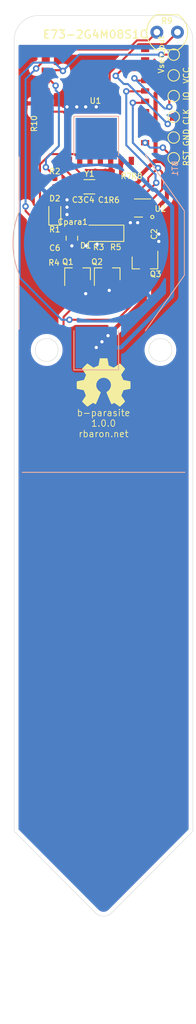
<source format=kicad_pcb>
(kicad_pcb (version 20171130) (host pcbnew "(5.1.10)-1")

  (general
    (thickness 1.6)
    (drawings 15)
    (tracks 257)
    (zones 0)
    (modules 32)
    (nets 34)
  )

  (page A4)
  (title_block
    (title b-parasite)
    (date 2021-03-12)
    (rev 1.0.0)
    (company rbaron.net)
  )

  (layers
    (0 F.Cu signal)
    (31 B.Cu signal)
    (32 B.Adhes user)
    (33 F.Adhes user)
    (34 B.Paste user)
    (35 F.Paste user)
    (36 B.SilkS user)
    (37 F.SilkS user)
    (38 B.Mask user)
    (39 F.Mask user)
    (40 Dwgs.User user)
    (41 Cmts.User user)
    (42 Eco1.User user hide)
    (43 Eco2.User user hide)
    (44 Edge.Cuts user)
    (45 Margin user)
    (46 B.CrtYd user)
    (47 F.CrtYd user)
    (48 B.Fab user)
    (49 F.Fab user)
  )

  (setup
    (last_trace_width 0.25)
    (user_trace_width 0.5)
    (user_trace_width 5)
    (user_trace_width 10)
    (trace_clearance 0.2)
    (zone_clearance 0.508)
    (zone_45_only no)
    (trace_min 0.2)
    (via_size 0.8)
    (via_drill 0.4)
    (via_min_size 0.4)
    (via_min_drill 0.3)
    (uvia_size 0.3)
    (uvia_drill 0.1)
    (uvias_allowed no)
    (uvia_min_size 0.2)
    (uvia_min_drill 0.1)
    (edge_width 0.05)
    (segment_width 0.2)
    (pcb_text_width 0.3)
    (pcb_text_size 1.5 1.5)
    (mod_edge_width 0.12)
    (mod_text_size 0.7 0.7)
    (mod_text_width 0.12)
    (pad_size 6 5.5)
    (pad_drill 0)
    (pad_to_mask_clearance 0.051)
    (solder_mask_min_width 0.25)
    (aux_axis_origin 0 0)
    (visible_elements 7FFFFFFF)
    (pcbplotparams
      (layerselection 0x010fc_ffffffff)
      (usegerberextensions false)
      (usegerberattributes false)
      (usegerberadvancedattributes false)
      (creategerberjobfile false)
      (excludeedgelayer true)
      (linewidth 0.100000)
      (plotframeref false)
      (viasonmask false)
      (mode 1)
      (useauxorigin false)
      (hpglpennumber 1)
      (hpglpenspeed 20)
      (hpglpendiameter 15.000000)
      (psnegative false)
      (psa4output false)
      (plotreference true)
      (plotvalue true)
      (plotinvisibletext false)
      (padsonsilk false)
      (subtractmaskfromsilk false)
      (outputformat 1)
      (mirror false)
      (drillshape 0)
      (scaleselection 1)
      (outputdirectory "D:/GitHub/b-parasite/kicad/"))
  )

  (net 0 "")
  (net 1 GND)
  (net 2 /Csen+)
  (net 3 /PWM)
  (net 4 "Net-(C6-Pad1)")
  (net 5 "Net-(Q2-Pad3)")
  (net 6 "Net-(Q1-Pad3)")
  (net 7 "Net-(BT1-Pad1)")
  (net 8 /SENS_OUT)
  (net 9 "Net-(D2-Pad2)")
  (net 10 +3V0)
  (net 11 /LED)
  (net 12 /FAST_DISCH_EN)
  (net 13 "Net-(TP1-Pad1)")
  (net 14 "Net-(TP2-Pad1)")
  (net 15 "Net-(TP5-Pad1)")
  (net 16 "Net-(U1-Pad41)")
  (net 17 "Net-(U1-Pad31)")
  (net 18 "Net-(U1-Pad29)")
  (net 19 "Net-(U1-Pad25)")
  (net 20 "Net-(U1-Pad10)")
  (net 21 "Net-(U1-Pad9)")
  (net 22 "Net-(U1-Pad8)")
  (net 23 "Net-(U1-Pad6)")
  (net 24 /SCL)
  (net 25 /SDA)
  (net 26 "Net-(C3-Pad1)")
  (net 27 "Net-(C4-Pad2)")
  (net 28 "Net-(U1-Pad43)")
  (net 29 "Net-(U1-Pad27)")
  (net 30 "Net-(U1-Pad17)")
  (net 31 "Net-(U2-Pad5)")
  (net 32 /PHOTO_OUT)
  (net 33 /PHOTO_V)

  (net_class Default "This is the default net class."
    (clearance 0.2)
    (trace_width 0.25)
    (via_dia 0.8)
    (via_drill 0.4)
    (uvia_dia 0.3)
    (uvia_drill 0.1)
    (add_net +3V0)
    (add_net /Csen+)
    (add_net /FAST_DISCH_EN)
    (add_net /LED)
    (add_net /PHOTO_OUT)
    (add_net /PHOTO_V)
    (add_net /PWM)
    (add_net /SCL)
    (add_net /SDA)
    (add_net /SENS_OUT)
    (add_net GND)
    (add_net "Net-(BT1-Pad1)")
    (add_net "Net-(C3-Pad1)")
    (add_net "Net-(C4-Pad2)")
    (add_net "Net-(C6-Pad1)")
    (add_net "Net-(D2-Pad2)")
    (add_net "Net-(Q1-Pad3)")
    (add_net "Net-(Q2-Pad3)")
    (add_net "Net-(TP1-Pad1)")
    (add_net "Net-(TP2-Pad1)")
    (add_net "Net-(TP5-Pad1)")
    (add_net "Net-(U1-Pad10)")
    (add_net "Net-(U1-Pad17)")
    (add_net "Net-(U1-Pad25)")
    (add_net "Net-(U1-Pad27)")
    (add_net "Net-(U1-Pad29)")
    (add_net "Net-(U1-Pad31)")
    (add_net "Net-(U1-Pad41)")
    (add_net "Net-(U1-Pad43)")
    (add_net "Net-(U1-Pad6)")
    (add_net "Net-(U1-Pad8)")
    (add_net "Net-(U1-Pad9)")
    (add_net "Net-(U2-Pad5)")
  )

  (module OptoDevice:R_LDR_4.9x4.2mm_P2.54mm_Vertical (layer F.Cu) (tedit 5B8603A6) (tstamp 60AE3D07)
    (at 77.1 29.05 180)
    (descr "Resistor, LDR 4.9x4.2mm")
    (tags "Resistor LDR4.9x4.2")
    (path /60AD36D1)
    (fp_text reference R9 (at 1.3 1.4 180) (layer F.SilkS)
      (effects (font (size 0.7 0.7) (thickness 0.12)))
    )
    (fp_text value R_PHOTO (at 1.17 3.1) (layer F.Fab)
      (effects (font (size 1 1) (thickness 0.15)))
    )
    (fp_line (start -0.05 2.15) (end 2.6 2.15) (layer F.SilkS) (width 0.12))
    (fp_line (start -0.05 -2.15) (end 2.6 -2.15) (layer F.SilkS) (width 0.12))
    (fp_line (start 0.87 -1.2) (end 2.17 -1.2) (layer F.Fab) (width 0.1))
    (fp_line (start 1.67 -0.6) (end 0.87 -0.6) (layer F.Fab) (width 0.1))
    (fp_line (start 0.87 0) (end 1.67 0) (layer F.Fab) (width 0.1))
    (fp_line (start 1.67 0.6) (end 0.87 0.6) (layer F.Fab) (width 0.1))
    (fp_line (start 0.37 1.2) (end 1.67 1.2) (layer F.Fab) (width 0.1))
    (fp_line (start 0.37 -1.8) (end 2.17 -1.8) (layer F.Fab) (width 0.1))
    (fp_line (start 2.17 -1.8) (end 2.17 -1.2) (layer F.Fab) (width 0.1))
    (fp_line (start 0.87 -1.2) (end 0.87 -0.6) (layer F.Fab) (width 0.1))
    (fp_line (start 1.67 -0.6) (end 1.67 0) (layer F.Fab) (width 0.1))
    (fp_line (start 0.87 0) (end 0.87 0.6) (layer F.Fab) (width 0.1))
    (fp_line (start 1.67 0.6) (end 1.67 1.2) (layer F.Fab) (width 0.1))
    (fp_line (start 0.37 1.2) (end 0.37 1.8) (layer F.Fab) (width 0.1))
    (fp_line (start 0.37 1.8) (end 2.17 1.8) (layer F.Fab) (width 0.1))
    (fp_line (start 2.57 2.1) (end -0.03 2.1) (layer F.Fab) (width 0.1))
    (fp_line (start -0.03 -2.1) (end 2.57 -2.1) (layer F.Fab) (width 0.1))
    (fp_line (start -1.45 -2.35) (end 3.99 -2.35) (layer F.CrtYd) (width 0.05))
    (fp_line (start -1.45 -2.35) (end -1.45 2.35) (layer F.CrtYd) (width 0.05))
    (fp_line (start 3.99 2.35) (end 3.99 -2.35) (layer F.CrtYd) (width 0.05))
    (fp_line (start 3.99 2.35) (end -1.45 2.35) (layer F.CrtYd) (width 0.05))
    (fp_arc (start 1.27 0) (end -0.03 2.1) (angle 115) (layer F.Fab) (width 0.1))
    (fp_arc (start 1.27 0) (end 2.57 -2.1) (angle 115) (layer F.Fab) (width 0.1))
    (fp_arc (start 1.25 0) (end 2.6 -2.15) (angle 115) (layer F.SilkS) (width 0.12))
    (fp_arc (start 1.25 0) (end -0.05 2.15) (angle 117) (layer F.SilkS) (width 0.12))
    (pad 2 thru_hole circle (at 2.54 0 180) (size 1.6 1.6) (drill 0.8) (layers *.Cu *.Mask)
      (net 33 /PHOTO_V))
    (pad 1 thru_hole circle (at 0 0 180) (size 1.6 1.6) (drill 0.8) (layers *.Cu *.Mask)
      (net 32 /PHOTO_OUT))
    (model ${KISYS3DMOD}/OptoDevice.3dshapes/R_LDR_4.9x4.2mm_P2.54mm_Vertical.wrl
      (at (xyz 0 0 0))
      (scale (xyz 1 1 1))
      (rotate (xyz 0 0 0))
    )
  )

  (module Resistor_SMD:R_0402_1005Metric (layer F.Cu) (tedit 5B301BBD) (tstamp 60AF6667)
    (at 59.45 38.265 270)
    (descr "Resistor SMD 0402 (1005 Metric), square (rectangular) end terminal, IPC_7351 nominal, (Body size source: http://www.tortai-tech.com/upload/download/2011102023233369053.pdf), generated with kicad-footprint-generator")
    (tags resistor)
    (path /60AEBA02)
    (attr smd)
    (fp_text reference R10 (at 1.985 0 90) (layer F.SilkS)
      (effects (font (size 0.7 0.7) (thickness 0.12)))
    )
    (fp_text value 10k (at 0 0.95 90) (layer F.Fab)
      (effects (font (size 0.7 0.7) (thickness 0.12)))
    )
    (fp_line (start -0.5 0.25) (end -0.5 -0.25) (layer F.Fab) (width 0.1))
    (fp_line (start -0.5 -0.25) (end 0.5 -0.25) (layer F.Fab) (width 0.1))
    (fp_line (start 0.5 -0.25) (end 0.5 0.25) (layer F.Fab) (width 0.1))
    (fp_line (start 0.5 0.25) (end -0.5 0.25) (layer F.Fab) (width 0.1))
    (fp_line (start -0.93 0.47) (end -0.93 -0.47) (layer F.CrtYd) (width 0.05))
    (fp_line (start -0.93 -0.47) (end 0.93 -0.47) (layer F.CrtYd) (width 0.05))
    (fp_line (start 0.93 -0.47) (end 0.93 0.47) (layer F.CrtYd) (width 0.05))
    (fp_line (start 0.93 0.47) (end -0.93 0.47) (layer F.CrtYd) (width 0.05))
    (fp_text user %R (at 0 0 90) (layer F.Fab)
      (effects (font (size 0.25 0.25) (thickness 0.04)))
    )
    (pad 2 smd roundrect (at 0.485 0 270) (size 0.59 0.64) (layers F.Cu F.Paste F.Mask) (roundrect_rratio 0.25)
      (net 32 /PHOTO_OUT))
    (pad 1 smd roundrect (at -0.485 0 270) (size 0.59 0.64) (layers F.Cu F.Paste F.Mask) (roundrect_rratio 0.25)
      (net 1 GND))
    (model ${KISYS3DMOD}/Resistor_SMD.3dshapes/R_0402_1005Metric.wrl
      (at (xyz 0 0 0))
      (scale (xyz 1 1 1))
      (rotate (xyz 0 0 0))
    )
  )

  (module Symbol:OSHW-Symbol_6.7x6mm_SilkScreen (layer F.Cu) (tedit 0) (tstamp 604CBA6D)
    (at 68 72)
    (descr "Open Source Hardware Symbol")
    (tags "Logo Symbol OSHW")
    (attr virtual)
    (fp_text reference REF** (at 0 0) (layer F.SilkS) hide
      (effects (font (size 1 1) (thickness 0.15)))
    )
    (fp_text value OSHW-Symbol_6.7x6mm_SilkScreen (at 0.75 0) (layer F.Fab) hide
      (effects (font (size 1 1) (thickness 0.15)))
    )
    (fp_poly (pts (xy 0.555814 -2.531069) (xy 0.639635 -2.086445) (xy 0.94892 -1.958947) (xy 1.258206 -1.831449)
      (xy 1.629246 -2.083754) (xy 1.733157 -2.154004) (xy 1.827087 -2.216728) (xy 1.906652 -2.269062)
      (xy 1.96747 -2.308143) (xy 2.005157 -2.331107) (xy 2.015421 -2.336058) (xy 2.03391 -2.323324)
      (xy 2.07342 -2.288118) (xy 2.129522 -2.234938) (xy 2.197787 -2.168282) (xy 2.273786 -2.092646)
      (xy 2.353092 -2.012528) (xy 2.431275 -1.932426) (xy 2.503907 -1.856836) (xy 2.566559 -1.790255)
      (xy 2.614803 -1.737182) (xy 2.64421 -1.702113) (xy 2.651241 -1.690377) (xy 2.641123 -1.66874)
      (xy 2.612759 -1.621338) (xy 2.569129 -1.552807) (xy 2.513218 -1.467785) (xy 2.448006 -1.370907)
      (xy 2.410219 -1.31565) (xy 2.341343 -1.214752) (xy 2.28014 -1.123701) (xy 2.229578 -1.04703)
      (xy 2.192628 -0.989272) (xy 2.172258 -0.954957) (xy 2.169197 -0.947746) (xy 2.176136 -0.927252)
      (xy 2.195051 -0.879487) (xy 2.223087 -0.811168) (xy 2.257391 -0.729011) (xy 2.295109 -0.63973)
      (xy 2.333387 -0.550042) (xy 2.36937 -0.466662) (xy 2.400206 -0.396306) (xy 2.423039 -0.34569)
      (xy 2.435017 -0.321529) (xy 2.435724 -0.320578) (xy 2.454531 -0.315964) (xy 2.504618 -0.305672)
      (xy 2.580793 -0.290713) (xy 2.677865 -0.272099) (xy 2.790643 -0.250841) (xy 2.856442 -0.238582)
      (xy 2.97695 -0.215638) (xy 3.085797 -0.193805) (xy 3.177476 -0.174278) (xy 3.246481 -0.158252)
      (xy 3.287304 -0.146921) (xy 3.295511 -0.143326) (xy 3.303548 -0.118994) (xy 3.310033 -0.064041)
      (xy 3.31497 0.015108) (xy 3.318364 0.112026) (xy 3.320218 0.220287) (xy 3.320538 0.333465)
      (xy 3.319327 0.445135) (xy 3.31659 0.548868) (xy 3.312331 0.638241) (xy 3.306555 0.706826)
      (xy 3.299267 0.748197) (xy 3.294895 0.75681) (xy 3.268764 0.767133) (xy 3.213393 0.781892)
      (xy 3.136107 0.799352) (xy 3.04423 0.81778) (xy 3.012158 0.823741) (xy 2.857524 0.852066)
      (xy 2.735375 0.874876) (xy 2.641673 0.89308) (xy 2.572384 0.907583) (xy 2.523471 0.919292)
      (xy 2.490897 0.929115) (xy 2.470628 0.937956) (xy 2.458626 0.946724) (xy 2.456947 0.948457)
      (xy 2.440184 0.976371) (xy 2.414614 1.030695) (xy 2.382788 1.104777) (xy 2.34726 1.191965)
      (xy 2.310583 1.285608) (xy 2.275311 1.379052) (xy 2.243996 1.465647) (xy 2.219193 1.53874)
      (xy 2.203454 1.591678) (xy 2.199332 1.617811) (xy 2.199676 1.618726) (xy 2.213641 1.640086)
      (xy 2.245322 1.687084) (xy 2.291391 1.754827) (xy 2.348518 1.838423) (xy 2.413373 1.932982)
      (xy 2.431843 1.959854) (xy 2.497699 2.057275) (xy 2.55565 2.146163) (xy 2.602538 2.221412)
      (xy 2.635207 2.27792) (xy 2.6505 2.310581) (xy 2.651241 2.314593) (xy 2.638392 2.335684)
      (xy 2.602888 2.377464) (xy 2.549293 2.435445) (xy 2.482171 2.505135) (xy 2.406087 2.582045)
      (xy 2.325604 2.661683) (xy 2.245287 2.739561) (xy 2.169699 2.811186) (xy 2.103405 2.87207)
      (xy 2.050969 2.917721) (xy 2.016955 2.94365) (xy 2.007545 2.947883) (xy 1.985643 2.937912)
      (xy 1.9408 2.91102) (xy 1.880321 2.871736) (xy 1.833789 2.840117) (xy 1.749475 2.782098)
      (xy 1.649626 2.713784) (xy 1.549473 2.645579) (xy 1.495627 2.609075) (xy 1.313371 2.4858)
      (xy 1.160381 2.56852) (xy 1.090682 2.604759) (xy 1.031414 2.632926) (xy 0.991311 2.648991)
      (xy 0.981103 2.651226) (xy 0.968829 2.634722) (xy 0.944613 2.588082) (xy 0.910263 2.515609)
      (xy 0.867588 2.421606) (xy 0.818394 2.310374) (xy 0.76449 2.186215) (xy 0.707684 2.053432)
      (xy 0.649782 1.916327) (xy 0.592593 1.779202) (xy 0.537924 1.646358) (xy 0.487584 1.522098)
      (xy 0.44338 1.410725) (xy 0.407119 1.316539) (xy 0.380609 1.243844) (xy 0.365658 1.196941)
      (xy 0.363254 1.180833) (xy 0.382311 1.160286) (xy 0.424036 1.126933) (xy 0.479706 1.087702)
      (xy 0.484378 1.084599) (xy 0.628264 0.969423) (xy 0.744283 0.835053) (xy 0.83143 0.685784)
      (xy 0.888699 0.525913) (xy 0.915086 0.359737) (xy 0.909585 0.191552) (xy 0.87119 0.025655)
      (xy 0.798895 -0.133658) (xy 0.777626 -0.168513) (xy 0.666996 -0.309263) (xy 0.536302 -0.422286)
      (xy 0.390064 -0.506997) (xy 0.232808 -0.562806) (xy 0.069057 -0.589126) (xy -0.096667 -0.58537)
      (xy -0.259838 -0.55095) (xy -0.415935 -0.485277) (xy -0.560433 -0.387765) (xy -0.605131 -0.348187)
      (xy -0.718888 -0.224297) (xy -0.801782 -0.093876) (xy -0.858644 0.052315) (xy -0.890313 0.197088)
      (xy -0.898131 0.35986) (xy -0.872062 0.52344) (xy -0.814755 0.682298) (xy -0.728856 0.830906)
      (xy -0.617014 0.963735) (xy -0.481877 1.075256) (xy -0.464117 1.087011) (xy -0.40785 1.125508)
      (xy -0.365077 1.158863) (xy -0.344628 1.18016) (xy -0.344331 1.180833) (xy -0.348721 1.203871)
      (xy -0.366124 1.256157) (xy -0.394732 1.33339) (xy -0.432735 1.431268) (xy -0.478326 1.545491)
      (xy -0.529697 1.671758) (xy -0.585038 1.805767) (xy -0.642542 1.943218) (xy -0.700399 2.079808)
      (xy -0.756802 2.211237) (xy -0.809942 2.333205) (xy -0.85801 2.441409) (xy -0.899199 2.531549)
      (xy -0.931699 2.599323) (xy -0.953703 2.64043) (xy -0.962564 2.651226) (xy -0.98964 2.642819)
      (xy -1.040303 2.620272) (xy -1.105817 2.587613) (xy -1.141841 2.56852) (xy -1.294832 2.4858)
      (xy -1.477088 2.609075) (xy -1.570125 2.672228) (xy -1.671985 2.741727) (xy -1.767438 2.807165)
      (xy -1.81525 2.840117) (xy -1.882495 2.885273) (xy -1.939436 2.921057) (xy -1.978646 2.942938)
      (xy -1.991381 2.947563) (xy -2.009917 2.935085) (xy -2.050941 2.900252) (xy -2.110475 2.846678)
      (xy -2.184542 2.777983) (xy -2.269165 2.697781) (xy -2.322685 2.646286) (xy -2.416319 2.554286)
      (xy -2.497241 2.471999) (xy -2.562177 2.402945) (xy -2.607858 2.350644) (xy -2.631011 2.318616)
      (xy -2.633232 2.312116) (xy -2.622924 2.287394) (xy -2.594439 2.237405) (xy -2.550937 2.167212)
      (xy -2.495577 2.081875) (xy -2.43152 1.986456) (xy -2.413303 1.959854) (xy -2.346927 1.863167)
      (xy -2.287378 1.776117) (xy -2.237984 1.703595) (xy -2.202075 1.650493) (xy -2.182981 1.621703)
      (xy -2.181136 1.618726) (xy -2.183895 1.595782) (xy -2.198538 1.545336) (xy -2.222513 1.474041)
      (xy -2.253266 1.388547) (xy -2.288244 1.295507) (xy -2.324893 1.201574) (xy -2.360661 1.113399)
      (xy -2.392994 1.037634) (xy -2.419338 0.980931) (xy -2.437142 0.949943) (xy -2.438407 0.948457)
      (xy -2.449294 0.939601) (xy -2.467682 0.930843) (xy -2.497606 0.921277) (xy -2.543103 0.909996)
      (xy -2.608209 0.896093) (xy -2.696961 0.878663) (xy -2.813393 0.856798) (xy -2.961542 0.829591)
      (xy -2.993618 0.823741) (xy -3.088686 0.805374) (xy -3.171565 0.787405) (xy -3.23493 0.771569)
      (xy -3.271458 0.7596) (xy -3.276356 0.75681) (xy -3.284427 0.732072) (xy -3.290987 0.67679)
      (xy -3.296033 0.597389) (xy -3.299559 0.500296) (xy -3.301561 0.391938) (xy -3.302036 0.27874)
      (xy -3.300977 0.167128) (xy -3.298382 0.063529) (xy -3.294246 -0.025632) (xy -3.288563 -0.093928)
      (xy -3.281331 -0.134934) (xy -3.276971 -0.143326) (xy -3.252698 -0.151792) (xy -3.197426 -0.165565)
      (xy -3.116662 -0.18345) (xy -3.015912 -0.204252) (xy -2.900683 -0.226777) (xy -2.837902 -0.238582)
      (xy -2.718787 -0.260849) (xy -2.612565 -0.281021) (xy -2.524427 -0.298085) (xy -2.459566 -0.311031)
      (xy -2.423174 -0.318845) (xy -2.417184 -0.320578) (xy -2.407061 -0.34011) (xy -2.385662 -0.387157)
      (xy -2.355839 -0.454997) (xy -2.320445 -0.536909) (xy -2.282332 -0.626172) (xy -2.244353 -0.716065)
      (xy -2.20936 -0.799865) (xy -2.180206 -0.870853) (xy -2.159743 -0.922306) (xy -2.150823 -0.947503)
      (xy -2.150657 -0.948604) (xy -2.160769 -0.968481) (xy -2.189117 -1.014223) (xy -2.232723 -1.081283)
      (xy -2.288606 -1.165116) (xy -2.353787 -1.261174) (xy -2.391679 -1.31635) (xy -2.460725 -1.417519)
      (xy -2.52205 -1.50937) (xy -2.572663 -1.587256) (xy -2.609571 -1.646531) (xy -2.629782 -1.682549)
      (xy -2.632701 -1.690623) (xy -2.620153 -1.709416) (xy -2.585463 -1.749543) (xy -2.533063 -1.806507)
      (xy -2.467384 -1.875815) (xy -2.392856 -1.952969) (xy -2.313913 -2.033475) (xy -2.234983 -2.112837)
      (xy -2.1605 -2.18656) (xy -2.094894 -2.250148) (xy -2.042596 -2.299106) (xy -2.008039 -2.328939)
      (xy -1.996478 -2.336058) (xy -1.977654 -2.326047) (xy -1.932631 -2.297922) (xy -1.865787 -2.254546)
      (xy -1.781499 -2.198782) (xy -1.684144 -2.133494) (xy -1.610707 -2.083754) (xy -1.239667 -1.831449)
      (xy -0.621095 -2.086445) (xy -0.537275 -2.531069) (xy -0.453454 -2.975693) (xy 0.471994 -2.975693)
      (xy 0.555814 -2.531069)) (layer F.SilkS) (width 0.01))
  )

  (module kicad:Sensirion_DFN-4-1EP_2x2mm_P1mm_EP0.7x1.6mm (layer F.Cu) (tedit 5DC7035C) (tstamp 604C6CC1)
    (at 72.8 50.6 180)
    (descr "DFN, 4 Pin (https://www.sensirion.com/fileadmin/user_upload/customers/sensirion/Dokumente/0_Datasheets/Humidity/Sensirion_Humidity_Sensors_SHTC3_Datasheet.pdf)")
    (tags "Sensirion DFN NoLead")
    (path /6052CFBE)
    (attr smd)
    (fp_text reference U2 (at -2.2 -0.1) (layer F.SilkS)
      (effects (font (size 0.7 0.7) (thickness 0.12)))
    )
    (fp_text value SHTC3 (at 0 1.95) (layer F.Fab)
      (effects (font (size 1 1) (thickness 0.15)))
    )
    (fp_line (start 0 -1.11) (end 1 -1.11) (layer F.SilkS) (width 0.12))
    (fp_line (start -1 1.11) (end 1 1.11) (layer F.SilkS) (width 0.12))
    (fp_line (start -0.5 -1) (end 1 -1) (layer F.Fab) (width 0.1))
    (fp_line (start 1 -1) (end 1 1) (layer F.Fab) (width 0.1))
    (fp_line (start 1 1) (end -1 1) (layer F.Fab) (width 0.1))
    (fp_line (start -1 1) (end -1 -0.5) (layer F.Fab) (width 0.1))
    (fp_line (start -1 -0.5) (end -0.5 -1) (layer F.Fab) (width 0.1))
    (fp_line (start -1.45 -1.25) (end -1.45 1.25) (layer F.CrtYd) (width 0.05))
    (fp_line (start -1.45 1.25) (end 1.45 1.25) (layer F.CrtYd) (width 0.05))
    (fp_line (start 1.45 1.25) (end 1.45 -1.25) (layer F.CrtYd) (width 0.05))
    (fp_line (start 1.45 -1.25) (end -1.45 -1.25) (layer F.CrtYd) (width 0.05))
    (fp_text user %R (at 0 0) (layer F.Fab)
      (effects (font (size 0.7 0.7) (thickness 0.12)))
    )
    (pad "" smd roundrect (at 0 0 180) (size 0.5 1.4) (layers F.Paste) (roundrect_rratio 0.25))
    (pad "" smd roundrect (at 1.025 -0.5) (size 0.55 0.35) (layers F.Paste) (roundrect_rratio 0.25))
    (pad "" smd roundrect (at 1.025 0.5) (size 0.55 0.35) (layers F.Paste) (roundrect_rratio 0.25))
    (pad "" smd roundrect (at -1.025 0.5 180) (size 0.55 0.35) (layers F.Paste) (roundrect_rratio 0.25))
    (pad "" smd roundrect (at -1.025 -0.5 180) (size 0.55 0.35) (layers F.Paste) (roundrect_rratio 0.25))
    (pad 5 smd roundrect (at 0 0 180) (size 0.7 1.6) (layers F.Cu F.Mask) (roundrect_rratio 0.25)
      (net 31 "Net-(U2-Pad5)"))
    (pad 4 smd roundrect (at 0.925 -0.5 180) (size 0.55 0.35) (layers F.Cu F.Mask) (roundrect_rratio 0.25)
      (net 1 GND))
    (pad 3 smd roundrect (at 0.925 0.5 180) (size 0.55 0.35) (layers F.Cu F.Mask) (roundrect_rratio 0.25)
      (net 25 /SDA))
    (pad 2 smd roundrect (at -0.925 0.5 180) (size 0.55 0.35) (layers F.Cu F.Mask) (roundrect_rratio 0.25)
      (net 24 /SCL))
    (pad 1 smd roundrect (at -0.925 -0.5 180) (size 0.55 0.35) (layers F.Cu F.Mask) (roundrect_rratio 0.25)
      (net 10 +3V0))
    (model ${KISYS3DMOD}/Sensor_Humidity.3dshapes/Sensirion_DFN-4-1EP_2x2mm_P1mm_EP0.7x1.6mm.wrl
      (at (xyz 0 0 0))
      (scale (xyz 1 1 1))
      (rotate (xyz 0 0 0))
    )
  )

  (module nrfmicro:E73-2G4M08S1C-52840 (layer F.Cu) (tedit 604B87B9) (tstamp 60AF623F)
    (at 67 45.2 90)
    (path /604C2391)
    (attr smd)
    (fp_text reference U1 (at 7.746775 -0.000467) (layer F.SilkS)
      (effects (font (size 0.7 0.7) (thickness 0.12)))
    )
    (fp_text value E73-2G4M08S1C-52840 (at 9.778775 -0.635467) (layer F.Fab)
      (effects (font (size 1 1) (thickness 0.15)))
    )
    (fp_line (start 18.034 -6.604) (end -0.127 -6.604) (layer F.Fab) (width 0.15))
    (fp_line (start 18.034 6.604) (end 18.034 -6.604) (layer F.Fab) (width 0.15))
    (fp_line (start -0.127 6.604) (end 18.034 6.604) (layer F.Fab) (width 0.15))
    (fp_line (start -0.127 -6.604) (end -0.127 6.604) (layer F.Fab) (width 0.15))
    (fp_text user E73-2G4M08S1C (at 15.875 0 180) (layer F.SilkS)
      (effects (font (size 1 1) (thickness 0.15)))
    )
    (pad 10 smd rect (at 2.6 -6.119 90) (size 0.65 1) (layers F.Cu F.Paste F.Mask)
      (net 20 "Net-(U1-Pad10)"))
    (pad 9 smd rect (at 3.87 -6.119 90) (size 0.65 1) (layers F.Cu F.Paste F.Mask)
      (net 21 "Net-(U1-Pad9)"))
    (pad 8 smd rect (at 5.14 -6.119 90) (size 0.65 1) (layers F.Cu F.Paste F.Mask)
      (net 22 "Net-(U1-Pad8)"))
    (pad 7 smd rect (at 6.41 -6.119 90) (size 0.65 1) (layers F.Cu F.Paste F.Mask)
      (net 32 /PHOTO_OUT))
    (pad 6 smd rect (at 7.68 -6.119 90) (size 0.65 1) (layers F.Cu F.Paste F.Mask)
      (net 23 "Net-(U1-Pad6)"))
    (pad 5 smd rect (at 8.95 -6.119 90) (size 0.65 1) (layers F.Cu F.Paste F.Mask)
      (net 1 GND))
    (pad 4 smd rect (at 10.22 -6.119 90) (size 0.65 1) (layers F.Cu F.Paste F.Mask)
      (net 11 /LED))
    (pad 3 smd rect (at 11.49 -6.119 90) (size 0.65 1) (layers F.Cu F.Paste F.Mask)
      (net 8 /SENS_OUT))
    (pad 2 smd rect (at 12.76 -6.119 90) (size 0.65 1) (layers F.Cu F.Paste F.Mask)
      (net 12 /FAST_DISCH_EN))
    (pad 1 smd rect (at 14.03 -6.119 90) (size 0.65 1) (layers F.Cu F.Paste F.Mask)
      (net 33 /PHOTO_V))
    (pad 31 smd rect (at 6.41 6.119 90) (size 0.65 1) (layers F.Cu F.Paste F.Mask)
      (net 17 "Net-(U1-Pad31)"))
    (pad 43 smd rect (at 14.03 6.119 90) (size 0.65 1) (layers F.Cu F.Paste F.Mask)
      (net 28 "Net-(U1-Pad43)"))
    (pad 33 smd rect (at 7.68 6.119 90) (size 0.65 1) (layers F.Cu F.Paste F.Mask)
      (net 24 /SCL))
    (pad 41 smd rect (at 12.76 6.119 90) (size 0.65 1) (layers F.Cu F.Paste F.Mask)
      (net 16 "Net-(U1-Pad41)"))
    (pad 39 smd rect (at 11.49 6.119 90) (size 0.65 1) (layers F.Cu F.Paste F.Mask)
      (net 14 "Net-(TP2-Pad1)"))
    (pad 37 smd rect (at 10.22 6.119 90) (size 0.65 1) (layers F.Cu F.Paste F.Mask)
      (net 13 "Net-(TP1-Pad1)"))
    (pad 29 smd rect (at 5.14 6.119 90) (size 0.65 1) (layers F.Cu F.Paste F.Mask)
      (net 18 "Net-(U1-Pad29)"))
    (pad 35 smd rect (at 8.95 6.119 90) (size 0.65 1) (layers F.Cu F.Paste F.Mask)
      (net 25 /SDA))
    (pad 27 smd rect (at 3.87 6.119 90) (size 0.65 1) (layers F.Cu F.Paste F.Mask)
      (net 29 "Net-(U1-Pad27)"))
    (pad 26 smd rect (at 2.6 6.119 90) (size 0.65 1) (layers F.Cu F.Paste F.Mask)
      (net 15 "Net-(TP5-Pad1)"))
    (pad 23 smd rect (at 0.381 3.15 180) (size 0.65 1) (layers F.Cu F.Paste F.Mask)
      (net 10 +3V0))
    (pad 11 smd rect (at 0.381 -4.47 180) (size 0.65 1) (layers F.Cu F.Paste F.Mask)
      (net 26 "Net-(C3-Pad1)"))
    (pad 21 smd rect (at 0.381 1.88 180) (size 0.65 1) (layers F.Cu F.Paste F.Mask)
      (net 1 GND))
    (pad 13 smd rect (at 0.381 -3.2 180) (size 0.65 1) (layers F.Cu F.Paste F.Mask)
      (net 27 "Net-(C4-Pad2)"))
    (pad 15 smd rect (at 0.381 -1.93 180) (size 0.65 1) (layers F.Cu F.Paste F.Mask)
      (net 3 /PWM))
    (pad 17 smd rect (at 0.381 -0.66 180) (size 0.65 1) (layers F.Cu F.Paste F.Mask)
      (net 30 "Net-(U1-Pad17)"))
    (pad 25 smd rect (at 0.381 4.42 180) (size 0.65 1) (layers F.Cu F.Paste F.Mask)
      (net 19 "Net-(U1-Pad25)"))
    (pad 19 smd rect (at 0.381 0.61 180) (size 0.65 1) (layers F.Cu F.Paste F.Mask)
      (net 10 +3V0))
  )

  (module kicad:BatteryHolder_Keystone_3002_1x2032 (layer B.Cu) (tedit 5D9C7E9A) (tstamp 60358E5D)
    (at 67.1 54.9 270)
    (descr https://www.tme.eu/it/Document/a823211ec201a9e209042d155fe22d2b/KEYS2996.pdf)
    (tags "BR2016 CR2016 DL2016 BR2020 CL2020 BR2025 CR2025 DL2025 DR2032 CR2032 DL2032")
    (path /60386A6F)
    (attr smd)
    (fp_text reference BT1 (at -9.15 -9.7 90) (layer B.SilkS)
      (effects (font (size 0.7 0.7) (thickness 0.12)) (justify mirror))
    )
    (fp_text value Battery_Cell (at 0 11 90) (layer B.Fab)
      (effects (font (size 1 1) (thickness 0.15)) (justify mirror))
    )
    (fp_line (start 15.55 2.75) (end 10.75 2.75) (layer B.SilkS) (width 0.12))
    (fp_line (start 15.55 -2.75) (end 15.55 2.75) (layer B.SilkS) (width 0.12))
    (fp_line (start 10.75 -2.75) (end 15.55 -2.75) (layer B.SilkS) (width 0.12))
    (fp_line (start -15.55 -2.75) (end -10.75 -2.75) (layer B.SilkS) (width 0.12))
    (fp_line (start -15.55 2.75) (end -15.55 -2.75) (layer B.SilkS) (width 0.12))
    (fp_line (start -10.75 2.75) (end -15.55 2.75) (layer B.SilkS) (width 0.12))
    (fp_line (start -15.85 -3.05) (end -15.85 3.05) (layer B.CrtYd) (width 0.05))
    (fp_line (start -11.05 -3.05) (end -15.85 -3.05) (layer B.CrtYd) (width 0.05))
    (fp_line (start -11.05 -6.35) (end -11.05 -3.05) (layer B.CrtYd) (width 0.05))
    (fp_line (start -4.3 -11.1) (end -11.05 -6.35) (layer B.CrtYd) (width 0.05))
    (fp_line (start 4.3 -11.1) (end -4.3 -11.1) (layer B.CrtYd) (width 0.05))
    (fp_line (start 11.05 -6.35) (end 4.3 -11.1) (layer B.CrtYd) (width 0.05))
    (fp_line (start 11.05 -3.05) (end 11.05 -6.35) (layer B.CrtYd) (width 0.05))
    (fp_line (start 15.85 -3.05) (end 11.05 -3.05) (layer B.CrtYd) (width 0.05))
    (fp_line (start 15.85 3.05) (end 15.85 -3.05) (layer B.CrtYd) (width 0.05))
    (fp_line (start 11.05 3.05) (end 15.85 3.05) (layer B.CrtYd) (width 0.05))
    (fp_line (start 11.05 9.8) (end 11.05 3.05) (layer B.CrtYd) (width 0.05))
    (fp_line (start 11.05 9.8) (end 3.9 9.8) (layer B.CrtYd) (width 0.05))
    (fp_line (start -11.05 9.8) (end -3.9 9.8) (layer B.CrtYd) (width 0.05))
    (fp_line (start -11.05 3.05) (end -11.05 9.8) (layer B.CrtYd) (width 0.05))
    (fp_line (start -15.85 3.05) (end -11.05 3.05) (layer B.CrtYd) (width 0.05))
    (fp_line (start 10.55 9.5) (end 3.85 9.5) (layer B.SilkS) (width 0.12))
    (fp_line (start -10.55 9.5) (end -3.85 9.5) (layer B.SilkS) (width 0.12))
    (fp_circle (center 0 0) (end 10 0) (layer Dwgs.User) (width 0.2))
    (fp_line (start 10.55 -5.9) (end 3.8 -10.6) (layer B.Fab) (width 0.1))
    (fp_line (start 3.95 -10.85) (end 10.75 -6.05) (layer B.SilkS) (width 0.12))
    (fp_line (start -3.95 -10.85) (end 3.95 -10.85) (layer B.SilkS) (width 0.12))
    (fp_line (start -10.8 -6.05) (end -3.95 -10.85) (layer B.SilkS) (width 0.12))
    (fp_line (start -10.55 -5.85) (end -3.8 -10.6) (layer B.Fab) (width 0.1))
    (fp_line (start -10.55 2.55) (end -10.55 9.3) (layer B.Fab) (width 0.1))
    (fp_line (start 10.55 9.3) (end -10.55 9.3) (layer B.Fab) (width 0.1))
    (fp_line (start 10.55 2.55) (end 10.55 9.3) (layer B.Fab) (width 0.1))
    (fp_line (start 15.35 2.55) (end 10.55 2.55) (layer B.Fab) (width 0.1))
    (fp_line (start 15.35 -2.55) (end 15.35 2.55) (layer B.Fab) (width 0.1))
    (fp_line (start 10.55 -2.55) (end 15.35 -2.55) (layer B.Fab) (width 0.1))
    (fp_line (start -3.8 -10.6) (end 3.8 -10.6) (layer B.Fab) (width 0.1))
    (fp_line (start 10.55 -2.55) (end 10.55 -5.9) (layer B.Fab) (width 0.1))
    (fp_line (start -10.55 -2.55) (end -10.55 -5.85) (layer B.Fab) (width 0.1))
    (fp_line (start -15.35 2.55) (end -10.55 2.55) (layer B.Fab) (width 0.1))
    (fp_line (start -15.35 -2.55) (end -10.55 -2.55) (layer B.Fab) (width 0.1))
    (fp_line (start -15.35 2.55) (end -15.35 -2.55) (layer B.Fab) (width 0.1))
    (fp_arc (start 0 0) (end 3.85 9.5) (angle 44.1) (layer B.SilkS) (width 0.12))
    (fp_arc (start 0 0) (end 3.9 9.8) (angle 43.40107348) (layer B.CrtYd) (width 0.05))
    (fp_text user %R (at -9.15 -9.7 90) (layer B.Fab)
      (effects (font (size 0.7 0.7) (thickness 0.12)) (justify mirror))
    )
    (pad 2 smd circle (at 0 0 270) (size 17.8 17.8) (layers B.Cu B.Mask)
      (net 1 GND))
    (pad 1 smd rect (at -12.8 0 270) (size 5.1 5.1) (layers B.Cu B.Paste B.Mask)
      (net 7 "Net-(BT1-Pad1)"))
    (pad 1 smd rect (at 12.8 0 270) (size 5.1 5.1) (layers B.Cu B.Paste B.Mask)
      (net 7 "Net-(BT1-Pad1)"))
    (model ${KISYS3DMOD}/Battery.3dshapes/BatteryHolder_Keystone_3002_1x2032.wrl
      (at (xyz 0 0 0))
      (scale (xyz 1 1 1))
      (rotate (xyz 0 0 0))
    )
  )

  (module Crystal:Crystal_SMD_3215-2Pin_3.2x1.5mm (layer F.Cu) (tedit 5A0FD1B2) (tstamp 604C1116)
    (at 66.25 48 180)
    (descr "SMD Crystal FC-135 https://support.epson.biz/td/api/doc_check.php?dl=brief_FC-135R_en.pdf")
    (tags "SMD SMT Crystal")
    (path /604E7179)
    (attr smd)
    (fp_text reference Y1 (at 0 1.6) (layer F.SilkS)
      (effects (font (size 0.7 0.7) (thickness 0.12)))
    )
    (fp_text value 32.768kHz (at 0 2) (layer F.Fab)
      (effects (font (size 1 1) (thickness 0.15)))
    )
    (fp_line (start -2 -1.15) (end 2 -1.15) (layer F.CrtYd) (width 0.05))
    (fp_line (start -1.6 -0.75) (end -1.6 0.75) (layer F.Fab) (width 0.1))
    (fp_line (start -0.675 0.875) (end 0.675 0.875) (layer F.SilkS) (width 0.12))
    (fp_line (start -0.675 -0.875) (end 0.675 -0.875) (layer F.SilkS) (width 0.12))
    (fp_line (start 1.6 -0.75) (end 1.6 0.75) (layer F.Fab) (width 0.1))
    (fp_line (start -1.6 -0.75) (end 1.6 -0.75) (layer F.Fab) (width 0.1))
    (fp_line (start -1.6 0.75) (end 1.6 0.75) (layer F.Fab) (width 0.1))
    (fp_line (start -2 1.15) (end 2 1.15) (layer F.CrtYd) (width 0.05))
    (fp_line (start -2 -1.15) (end -2 1.15) (layer F.CrtYd) (width 0.05))
    (fp_line (start 2 -1.15) (end 2 1.15) (layer F.CrtYd) (width 0.05))
    (fp_text user %R (at 0 -0.4) (layer F.Fab)
      (effects (font (size 0.7 0.7) (thickness 0.12)))
    )
    (pad 2 smd rect (at -1.25 0 180) (size 1 1.8) (layers F.Cu F.Paste F.Mask)
      (net 27 "Net-(C4-Pad2)"))
    (pad 1 smd rect (at 1.25 0 180) (size 1 1.8) (layers F.Cu F.Paste F.Mask)
      (net 26 "Net-(C3-Pad1)"))
    (model ${KISYS3DMOD}/Crystal.3dshapes/Crystal_SMD_3215-2Pin_3.2x1.5mm.wrl
      (at (xyz 0 0 0))
      (scale (xyz 1 1 1))
      (rotate (xyz 0 0 0))
    )
  )

  (module Resistor_SMD:R_0402_1005Metric (layer F.Cu) (tedit 5B301BBD) (tstamp 604C346C)
    (at 72.1 48.085 270)
    (descr "Resistor SMD 0402 (1005 Metric), square (rectangular) end terminal, IPC_7351 nominal, (Body size source: http://www.tortai-tech.com/upload/download/2011102023233369053.pdf), generated with kicad-footprint-generator")
    (tags resistor)
    (path /60372D0F)
    (attr smd)
    (fp_text reference R8 (at -1.385 0 180) (layer F.SilkS)
      (effects (font (size 0.7 0.7) (thickness 0.12)))
    )
    (fp_text value 10k (at 0 1.17 90) (layer F.Fab)
      (effects (font (size 1 1) (thickness 0.15)))
    )
    (fp_line (start -0.5 0.25) (end -0.5 -0.25) (layer F.Fab) (width 0.1))
    (fp_line (start -0.5 -0.25) (end 0.5 -0.25) (layer F.Fab) (width 0.1))
    (fp_line (start 0.5 -0.25) (end 0.5 0.25) (layer F.Fab) (width 0.1))
    (fp_line (start 0.5 0.25) (end -0.5 0.25) (layer F.Fab) (width 0.1))
    (fp_line (start -0.93 0.47) (end -0.93 -0.47) (layer F.CrtYd) (width 0.05))
    (fp_line (start -0.93 -0.47) (end 0.93 -0.47) (layer F.CrtYd) (width 0.05))
    (fp_line (start 0.93 -0.47) (end 0.93 0.47) (layer F.CrtYd) (width 0.05))
    (fp_line (start 0.93 0.47) (end -0.93 0.47) (layer F.CrtYd) (width 0.05))
    (fp_text user %R (at 0 0 90) (layer F.Fab)
      (effects (font (size 0.7 0.7) (thickness 0.12)))
    )
    (pad 2 smd roundrect (at 0.485 0 270) (size 0.59 0.64) (layers F.Cu F.Paste F.Mask) (roundrect_rratio 0.25)
      (net 24 /SCL))
    (pad 1 smd roundrect (at -0.485 0 270) (size 0.59 0.64) (layers F.Cu F.Paste F.Mask) (roundrect_rratio 0.25)
      (net 10 +3V0))
    (model ${KISYS3DMOD}/Resistor_SMD.3dshapes/R_0402_1005Metric.wrl
      (at (xyz 0 0 0))
      (scale (xyz 1 1 1))
      (rotate (xyz 0 0 0))
    )
  )

  (module Resistor_SMD:R_0402_1005Metric (layer F.Cu) (tedit 5B301BBD) (tstamp 604C3442)
    (at 70.7 48.085 90)
    (descr "Resistor SMD 0402 (1005 Metric), square (rectangular) end terminal, IPC_7351 nominal, (Body size source: http://www.tortai-tech.com/upload/download/2011102023233369053.pdf), generated with kicad-footprint-generator")
    (tags resistor)
    (path /6037481E)
    (attr smd)
    (fp_text reference R7 (at 1.385 0.1 180) (layer F.SilkS)
      (effects (font (size 0.7 0.7) (thickness 0.12)))
    )
    (fp_text value 10k (at 0 1.17 90) (layer F.Fab)
      (effects (font (size 1 1) (thickness 0.15)))
    )
    (fp_line (start -0.5 0.25) (end -0.5 -0.25) (layer F.Fab) (width 0.1))
    (fp_line (start -0.5 -0.25) (end 0.5 -0.25) (layer F.Fab) (width 0.1))
    (fp_line (start 0.5 -0.25) (end 0.5 0.25) (layer F.Fab) (width 0.1))
    (fp_line (start 0.5 0.25) (end -0.5 0.25) (layer F.Fab) (width 0.1))
    (fp_line (start -0.93 0.47) (end -0.93 -0.47) (layer F.CrtYd) (width 0.05))
    (fp_line (start -0.93 -0.47) (end 0.93 -0.47) (layer F.CrtYd) (width 0.05))
    (fp_line (start 0.93 -0.47) (end 0.93 0.47) (layer F.CrtYd) (width 0.05))
    (fp_line (start 0.93 0.47) (end -0.93 0.47) (layer F.CrtYd) (width 0.05))
    (fp_text user %R (at 0 0 90) (layer F.Fab)
      (effects (font (size 0.7 0.7) (thickness 0.12)))
    )
    (pad 2 smd roundrect (at 0.485 0 90) (size 0.59 0.64) (layers F.Cu F.Paste F.Mask) (roundrect_rratio 0.25)
      (net 10 +3V0))
    (pad 1 smd roundrect (at -0.485 0 90) (size 0.59 0.64) (layers F.Cu F.Paste F.Mask) (roundrect_rratio 0.25)
      (net 25 /SDA))
    (model ${KISYS3DMOD}/Resistor_SMD.3dshapes/R_0402_1005Metric.wrl
      (at (xyz 0 0 0))
      (scale (xyz 1 1 1))
      (rotate (xyz 0 0 0))
    )
  )

  (module Resistor_SMD:R_0402_1005Metric (layer F.Cu) (tedit 5B301BBD) (tstamp 600D4E5C)
    (at 69.3 50.915 90)
    (descr "Resistor SMD 0402 (1005 Metric), square (rectangular) end terminal, IPC_7351 nominal, (Body size source: http://www.tortai-tech.com/upload/download/2011102023233369053.pdf), generated with kicad-footprint-generator")
    (tags resistor)
    (path /600E7750)
    (attr smd)
    (fp_text reference R6 (at 1.285 0 180) (layer F.SilkS)
      (effects (font (size 0.7 0.7) (thickness 0.12)))
    )
    (fp_text value 1M (at 0 1.17 90) (layer F.Fab)
      (effects (font (size 1 1) (thickness 0.15)))
    )
    (fp_line (start -0.5 0.25) (end -0.5 -0.25) (layer F.Fab) (width 0.1))
    (fp_line (start -0.5 -0.25) (end 0.5 -0.25) (layer F.Fab) (width 0.1))
    (fp_line (start 0.5 -0.25) (end 0.5 0.25) (layer F.Fab) (width 0.1))
    (fp_line (start 0.5 0.25) (end -0.5 0.25) (layer F.Fab) (width 0.1))
    (fp_line (start -0.93 0.47) (end -0.93 -0.47) (layer F.CrtYd) (width 0.05))
    (fp_line (start -0.93 -0.47) (end 0.93 -0.47) (layer F.CrtYd) (width 0.05))
    (fp_line (start 0.93 -0.47) (end 0.93 0.47) (layer F.CrtYd) (width 0.05))
    (fp_line (start 0.93 0.47) (end -0.93 0.47) (layer F.CrtYd) (width 0.05))
    (fp_text user %R (at 0 0 90) (layer F.Fab)
      (effects (font (size 0.7 0.7) (thickness 0.12)))
    )
    (pad 2 smd roundrect (at 0.485 0 90) (size 0.59 0.64) (layers F.Cu F.Paste F.Mask) (roundrect_rratio 0.25)
      (net 1 GND))
    (pad 1 smd roundrect (at -0.485 0 90) (size 0.59 0.64) (layers F.Cu F.Paste F.Mask) (roundrect_rratio 0.25)
      (net 8 /SENS_OUT))
    (model ${KISYS3DMOD}/Resistor_SMD.3dshapes/R_0402_1005Metric.wrl
      (at (xyz 0 0 0))
      (scale (xyz 1 1 1))
      (rotate (xyz 0 0 0))
    )
  )

  (module Resistor_SMD:R_0402_1005Metric (layer F.Cu) (tedit 5B301BBD) (tstamp 600D4E8C)
    (at 69.385 56.3)
    (descr "Resistor SMD 0402 (1005 Metric), square (rectangular) end terminal, IPC_7351 nominal, (Body size source: http://www.tortai-tech.com/upload/download/2011102023233369053.pdf), generated with kicad-footprint-generator")
    (tags resistor)
    (path /601113E2)
    (attr smd)
    (fp_text reference R5 (at 0.115 -0.9) (layer F.SilkS)
      (effects (font (size 0.7 0.7) (thickness 0.12)))
    )
    (fp_text value 1k (at 0 1.17) (layer F.Fab)
      (effects (font (size 1 1) (thickness 0.15)))
    )
    (fp_line (start -0.5 0.25) (end -0.5 -0.25) (layer F.Fab) (width 0.1))
    (fp_line (start -0.5 -0.25) (end 0.5 -0.25) (layer F.Fab) (width 0.1))
    (fp_line (start 0.5 -0.25) (end 0.5 0.25) (layer F.Fab) (width 0.1))
    (fp_line (start 0.5 0.25) (end -0.5 0.25) (layer F.Fab) (width 0.1))
    (fp_line (start -0.93 0.47) (end -0.93 -0.47) (layer F.CrtYd) (width 0.05))
    (fp_line (start -0.93 -0.47) (end 0.93 -0.47) (layer F.CrtYd) (width 0.05))
    (fp_line (start 0.93 -0.47) (end 0.93 0.47) (layer F.CrtYd) (width 0.05))
    (fp_line (start 0.93 0.47) (end -0.93 0.47) (layer F.CrtYd) (width 0.05))
    (fp_text user %R (at 0 0) (layer F.Fab)
      (effects (font (size 0.7 0.7) (thickness 0.12)))
    )
    (pad 2 smd roundrect (at 0.485 0) (size 0.59 0.64) (layers F.Cu F.Paste F.Mask) (roundrect_rratio 0.25)
      (net 5 "Net-(Q2-Pad3)"))
    (pad 1 smd roundrect (at -0.485 0) (size 0.59 0.64) (layers F.Cu F.Paste F.Mask) (roundrect_rratio 0.25)
      (net 2 /Csen+))
    (model ${KISYS3DMOD}/Resistor_SMD.3dshapes/R_0402_1005Metric.wrl
      (at (xyz 0 0 0))
      (scale (xyz 1 1 1))
      (rotate (xyz 0 0 0))
    )
  )

  (module Resistor_SMD:R_0402_1005Metric (layer F.Cu) (tedit 5B301BBD) (tstamp 600D4EBC)
    (at 61.915 58.2 180)
    (descr "Resistor SMD 0402 (1005 Metric), square (rectangular) end terminal, IPC_7351 nominal, (Body size source: http://www.tortai-tech.com/upload/download/2011102023233369053.pdf), generated with kicad-footprint-generator")
    (tags resistor)
    (path /600FFF47)
    (attr smd)
    (fp_text reference R4 (at 0.015 0.9) (layer F.SilkS)
      (effects (font (size 0.7 0.7) (thickness 0.12)))
    )
    (fp_text value 10k (at 0 1.17) (layer F.Fab)
      (effects (font (size 1 1) (thickness 0.15)))
    )
    (fp_line (start -0.5 0.25) (end -0.5 -0.25) (layer F.Fab) (width 0.1))
    (fp_line (start -0.5 -0.25) (end 0.5 -0.25) (layer F.Fab) (width 0.1))
    (fp_line (start 0.5 -0.25) (end 0.5 0.25) (layer F.Fab) (width 0.1))
    (fp_line (start 0.5 0.25) (end -0.5 0.25) (layer F.Fab) (width 0.1))
    (fp_line (start -0.93 0.47) (end -0.93 -0.47) (layer F.CrtYd) (width 0.05))
    (fp_line (start -0.93 -0.47) (end 0.93 -0.47) (layer F.CrtYd) (width 0.05))
    (fp_line (start 0.93 -0.47) (end 0.93 0.47) (layer F.CrtYd) (width 0.05))
    (fp_line (start 0.93 0.47) (end -0.93 0.47) (layer F.CrtYd) (width 0.05))
    (fp_text user %R (at 0 0) (layer F.Fab)
      (effects (font (size 0.7 0.7) (thickness 0.12)))
    )
    (pad 2 smd roundrect (at 0.485 0 180) (size 0.59 0.64) (layers F.Cu F.Paste F.Mask) (roundrect_rratio 0.25)
      (net 3 /PWM))
    (pad 1 smd roundrect (at -0.485 0 180) (size 0.59 0.64) (layers F.Cu F.Paste F.Mask) (roundrect_rratio 0.25)
      (net 4 "Net-(C6-Pad1)"))
    (model ${KISYS3DMOD}/Resistor_SMD.3dshapes/R_0402_1005Metric.wrl
      (at (xyz 0 0 0))
      (scale (xyz 1 1 1))
      (rotate (xyz 0 0 0))
    )
  )

  (module Resistor_SMD:R_0402_1005Metric (layer F.Cu) (tedit 5B301BBD) (tstamp 600E67DD)
    (at 67.3 56.3)
    (descr "Resistor SMD 0402 (1005 Metric), square (rectangular) end terminal, IPC_7351 nominal, (Body size source: http://www.tortai-tech.com/upload/download/2011102023233369053.pdf), generated with kicad-footprint-generator")
    (tags resistor)
    (path /601057D9)
    (attr smd)
    (fp_text reference R3 (at 0.1 -0.9 180) (layer F.SilkS)
      (effects (font (size 0.7 0.7) (thickness 0.12)))
    )
    (fp_text value 1k (at 0 1.17) (layer F.Fab)
      (effects (font (size 1 1) (thickness 0.15)))
    )
    (fp_line (start -0.5 0.25) (end -0.5 -0.25) (layer F.Fab) (width 0.1))
    (fp_line (start -0.5 -0.25) (end 0.5 -0.25) (layer F.Fab) (width 0.1))
    (fp_line (start 0.5 -0.25) (end 0.5 0.25) (layer F.Fab) (width 0.1))
    (fp_line (start 0.5 0.25) (end -0.5 0.25) (layer F.Fab) (width 0.1))
    (fp_line (start -0.93 0.47) (end -0.93 -0.47) (layer F.CrtYd) (width 0.05))
    (fp_line (start -0.93 -0.47) (end 0.93 -0.47) (layer F.CrtYd) (width 0.05))
    (fp_line (start 0.93 -0.47) (end 0.93 0.47) (layer F.CrtYd) (width 0.05))
    (fp_line (start 0.93 0.47) (end -0.93 0.47) (layer F.CrtYd) (width 0.05))
    (fp_text user %R (at 0 0) (layer F.Fab)
      (effects (font (size 0.7 0.7) (thickness 0.12)))
    )
    (pad 2 smd roundrect (at 0.485 0) (size 0.59 0.64) (layers F.Cu F.Paste F.Mask) (roundrect_rratio 0.25)
      (net 6 "Net-(Q1-Pad3)"))
    (pad 1 smd roundrect (at -0.485 0) (size 0.59 0.64) (layers F.Cu F.Paste F.Mask) (roundrect_rratio 0.25)
      (net 12 /FAST_DISCH_EN))
    (model ${KISYS3DMOD}/Resistor_SMD.3dshapes/R_0402_1005Metric.wrl
      (at (xyz 0 0 0))
      (scale (xyz 1 1 1))
      (rotate (xyz 0 0 0))
    )
  )

  (module Resistor_SMD:R_0402_1005Metric (layer F.Cu) (tedit 5B301BBD) (tstamp 6035C630)
    (at 62 47.485 270)
    (descr "Resistor SMD 0402 (1005 Metric), square (rectangular) end terminal, IPC_7351 nominal, (Body size source: http://www.tortai-tech.com/upload/download/2011102023233369053.pdf), generated with kicad-footprint-generator")
    (tags resistor)
    (path /6037FE48)
    (attr smd)
    (fp_text reference R2 (at -1.385 0 180) (layer F.SilkS)
      (effects (font (size 0.7 0.7) (thickness 0.12)))
    )
    (fp_text value 1k (at 0 1.17 90) (layer F.Fab)
      (effects (font (size 1 1) (thickness 0.15)))
    )
    (fp_line (start -0.5 0.25) (end -0.5 -0.25) (layer F.Fab) (width 0.1))
    (fp_line (start -0.5 -0.25) (end 0.5 -0.25) (layer F.Fab) (width 0.1))
    (fp_line (start 0.5 -0.25) (end 0.5 0.25) (layer F.Fab) (width 0.1))
    (fp_line (start 0.5 0.25) (end -0.5 0.25) (layer F.Fab) (width 0.1))
    (fp_line (start -0.93 0.47) (end -0.93 -0.47) (layer F.CrtYd) (width 0.05))
    (fp_line (start -0.93 -0.47) (end 0.93 -0.47) (layer F.CrtYd) (width 0.05))
    (fp_line (start 0.93 -0.47) (end 0.93 0.47) (layer F.CrtYd) (width 0.05))
    (fp_line (start 0.93 0.47) (end -0.93 0.47) (layer F.CrtYd) (width 0.05))
    (fp_text user %R (at 0 0 90) (layer F.Fab)
      (effects (font (size 0.7 0.7) (thickness 0.12)))
    )
    (pad 2 smd roundrect (at 0.485 0 270) (size 0.59 0.64) (layers F.Cu F.Paste F.Mask) (roundrect_rratio 0.25)
      (net 9 "Net-(D2-Pad2)"))
    (pad 1 smd roundrect (at -0.485 0 270) (size 0.59 0.64) (layers F.Cu F.Paste F.Mask) (roundrect_rratio 0.25)
      (net 11 /LED))
    (model ${KISYS3DMOD}/Resistor_SMD.3dshapes/R_0402_1005Metric.wrl
      (at (xyz 0 0 0))
      (scale (xyz 1 1 1))
      (rotate (xyz 0 0 0))
    )
  )

  (module Resistor_SMD:R_0402_1005Metric (layer F.Cu) (tedit 5B301BBD) (tstamp 601E234E)
    (at 62 54.4)
    (descr "Resistor SMD 0402 (1005 Metric), square (rectangular) end terminal, IPC_7351 nominal, (Body size source: http://www.tortai-tech.com/upload/download/2011102023233369053.pdf), generated with kicad-footprint-generator")
    (tags resistor)
    (path /600E0E7A)
    (attr smd)
    (fp_text reference R1 (at 0 -1.17) (layer F.SilkS)
      (effects (font (size 0.7 0.7) (thickness 0.12)))
    )
    (fp_text value 10k (at 0 1.17) (layer F.Fab)
      (effects (font (size 1 1) (thickness 0.15)))
    )
    (fp_line (start -0.5 0.25) (end -0.5 -0.25) (layer F.Fab) (width 0.1))
    (fp_line (start -0.5 -0.25) (end 0.5 -0.25) (layer F.Fab) (width 0.1))
    (fp_line (start 0.5 -0.25) (end 0.5 0.25) (layer F.Fab) (width 0.1))
    (fp_line (start 0.5 0.25) (end -0.5 0.25) (layer F.Fab) (width 0.1))
    (fp_line (start -0.93 0.47) (end -0.93 -0.47) (layer F.CrtYd) (width 0.05))
    (fp_line (start -0.93 -0.47) (end 0.93 -0.47) (layer F.CrtYd) (width 0.05))
    (fp_line (start 0.93 -0.47) (end 0.93 0.47) (layer F.CrtYd) (width 0.05))
    (fp_line (start 0.93 0.47) (end -0.93 0.47) (layer F.CrtYd) (width 0.05))
    (fp_text user %R (at 0 0) (layer F.Fab)
      (effects (font (size 0.7 0.7) (thickness 0.12)))
    )
    (pad 2 smd roundrect (at 0.485 0) (size 0.59 0.64) (layers F.Cu F.Paste F.Mask) (roundrect_rratio 0.25)
      (net 2 /Csen+))
    (pad 1 smd roundrect (at -0.485 0) (size 0.59 0.64) (layers F.Cu F.Paste F.Mask) (roundrect_rratio 0.25)
      (net 3 /PWM))
    (model ${KISYS3DMOD}/Resistor_SMD.3dshapes/R_0402_1005Metric.wrl
      (at (xyz 0 0 0))
      (scale (xyz 1 1 1))
      (rotate (xyz 0 0 0))
    )
  )

  (module Package_TO_SOT_SMD:SOT-23 (layer F.Cu) (tedit 5A02FF57) (tstamp 604BD7BE)
    (at 73.1 57.3 270)
    (descr "SOT-23, Standard")
    (tags SOT-23)
    (path /604DA824)
    (attr smd)
    (fp_text reference Q3 (at 1.4 -1.3 180) (layer F.SilkS)
      (effects (font (size 0.7 0.7) (thickness 0.12)))
    )
    (fp_text value AO3407 (at 0 2.5 90) (layer F.Fab)
      (effects (font (size 1 1) (thickness 0.15)))
    )
    (fp_line (start -0.7 -0.95) (end -0.7 1.5) (layer F.Fab) (width 0.1))
    (fp_line (start -0.15 -1.52) (end 0.7 -1.52) (layer F.Fab) (width 0.1))
    (fp_line (start -0.7 -0.95) (end -0.15 -1.52) (layer F.Fab) (width 0.1))
    (fp_line (start 0.7 -1.52) (end 0.7 1.52) (layer F.Fab) (width 0.1))
    (fp_line (start -0.7 1.52) (end 0.7 1.52) (layer F.Fab) (width 0.1))
    (fp_line (start 0.76 1.58) (end 0.76 0.65) (layer F.SilkS) (width 0.12))
    (fp_line (start 0.76 -1.58) (end 0.76 -0.65) (layer F.SilkS) (width 0.12))
    (fp_line (start -1.7 -1.75) (end 1.7 -1.75) (layer F.CrtYd) (width 0.05))
    (fp_line (start 1.7 -1.75) (end 1.7 1.75) (layer F.CrtYd) (width 0.05))
    (fp_line (start 1.7 1.75) (end -1.7 1.75) (layer F.CrtYd) (width 0.05))
    (fp_line (start -1.7 1.75) (end -1.7 -1.75) (layer F.CrtYd) (width 0.05))
    (fp_line (start 0.76 -1.58) (end -1.4 -1.58) (layer F.SilkS) (width 0.12))
    (fp_line (start 0.76 1.58) (end -0.7 1.58) (layer F.SilkS) (width 0.12))
    (fp_text user %R (at 0 0) (layer F.Fab)
      (effects (font (size 0.7 0.7) (thickness 0.12)))
    )
    (pad 3 smd rect (at 1 0 270) (size 0.9 0.8) (layers F.Cu F.Paste F.Mask)
      (net 7 "Net-(BT1-Pad1)"))
    (pad 2 smd rect (at -1 0.95 270) (size 0.9 0.8) (layers F.Cu F.Paste F.Mask)
      (net 10 +3V0))
    (pad 1 smd rect (at -1 -0.95 270) (size 0.9 0.8) (layers F.Cu F.Paste F.Mask)
      (net 1 GND))
    (model ${KISYS3DMOD}/Package_TO_SOT_SMD.3dshapes/SOT-23.wrl
      (at (xyz 0 0 0))
      (scale (xyz 1 1 1))
      (rotate (xyz 0 0 0))
    )
  )

  (module LED_SMD:LED_0603_1608Metric (layer F.Cu) (tedit 5B301BBE) (tstamp 604C11F8)
    (at 62 51.2125 90)
    (descr "LED SMD 0603 (1608 Metric), square (rectangular) end terminal, IPC_7351 nominal, (Body size source: http://www.tortai-tech.com/upload/download/2011102023233369053.pdf), generated with kicad-footprint-generator")
    (tags diode)
    (path /6038131F)
    (attr smd)
    (fp_text reference D2 (at 1.7875 0 180) (layer F.SilkS)
      (effects (font (size 0.7 0.7) (thickness 0.12)))
    )
    (fp_text value LED (at 0 1.43 90) (layer F.Fab)
      (effects (font (size 1 1) (thickness 0.15)))
    )
    (fp_line (start 0.8 -0.4) (end -0.5 -0.4) (layer F.Fab) (width 0.1))
    (fp_line (start -0.5 -0.4) (end -0.8 -0.1) (layer F.Fab) (width 0.1))
    (fp_line (start -0.8 -0.1) (end -0.8 0.4) (layer F.Fab) (width 0.1))
    (fp_line (start -0.8 0.4) (end 0.8 0.4) (layer F.Fab) (width 0.1))
    (fp_line (start 0.8 0.4) (end 0.8 -0.4) (layer F.Fab) (width 0.1))
    (fp_line (start 0.8 -0.735) (end -1.485 -0.735) (layer F.SilkS) (width 0.12))
    (fp_line (start -1.485 -0.735) (end -1.485 0.735) (layer F.SilkS) (width 0.12))
    (fp_line (start -1.485 0.735) (end 0.8 0.735) (layer F.SilkS) (width 0.12))
    (fp_line (start -1.48 0.73) (end -1.48 -0.73) (layer F.CrtYd) (width 0.05))
    (fp_line (start -1.48 -0.73) (end 1.48 -0.73) (layer F.CrtYd) (width 0.05))
    (fp_line (start 1.48 -0.73) (end 1.48 0.73) (layer F.CrtYd) (width 0.05))
    (fp_line (start 1.48 0.73) (end -1.48 0.73) (layer F.CrtYd) (width 0.05))
    (fp_text user %R (at 0 0 90) (layer F.Fab)
      (effects (font (size 0.7 0.7) (thickness 0.12)))
    )
    (pad 2 smd roundrect (at 0.7875 0 90) (size 0.875 0.95) (layers F.Cu F.Paste F.Mask) (roundrect_rratio 0.25)
      (net 9 "Net-(D2-Pad2)"))
    (pad 1 smd roundrect (at -0.7875 0 90) (size 0.875 0.95) (layers F.Cu F.Paste F.Mask) (roundrect_rratio 0.25)
      (net 1 GND))
    (model ${KISYS3DMOD}/LED_SMD.3dshapes/LED_0603_1608Metric.wrl
      (at (xyz 0 0 0))
      (scale (xyz 1 1 1))
      (rotate (xyz 0 0 0))
    )
  )

  (module Capacitor_SMD:C_0402_1005Metric (layer F.Cu) (tedit 5B301BBE) (tstamp 600D4DC6)
    (at 61.915 56.4 180)
    (descr "Capacitor SMD 0402 (1005 Metric), square (rectangular) end terminal, IPC_7351 nominal, (Body size source: http://www.tortai-tech.com/upload/download/2011102023233369053.pdf), generated with kicad-footprint-generator")
    (tags capacitor)
    (path /600D105B)
    (attr smd)
    (fp_text reference C6 (at -0.085 0.9) (layer F.SilkS)
      (effects (font (size 0.7 0.7) (thickness 0.12)))
    )
    (fp_text value 100p (at 0 1.17) (layer F.Fab)
      (effects (font (size 1 1) (thickness 0.15)))
    )
    (fp_line (start -0.5 0.25) (end -0.5 -0.25) (layer F.Fab) (width 0.1))
    (fp_line (start -0.5 -0.25) (end 0.5 -0.25) (layer F.Fab) (width 0.1))
    (fp_line (start 0.5 -0.25) (end 0.5 0.25) (layer F.Fab) (width 0.1))
    (fp_line (start 0.5 0.25) (end -0.5 0.25) (layer F.Fab) (width 0.1))
    (fp_line (start -0.93 0.47) (end -0.93 -0.47) (layer F.CrtYd) (width 0.05))
    (fp_line (start -0.93 -0.47) (end 0.93 -0.47) (layer F.CrtYd) (width 0.05))
    (fp_line (start 0.93 -0.47) (end 0.93 0.47) (layer F.CrtYd) (width 0.05))
    (fp_line (start 0.93 0.47) (end -0.93 0.47) (layer F.CrtYd) (width 0.05))
    (fp_text user %R (at 0 0) (layer F.Fab)
      (effects (font (size 0.7 0.7) (thickness 0.12)))
    )
    (pad 2 smd roundrect (at 0.485 0 180) (size 0.59 0.64) (layers F.Cu F.Paste F.Mask) (roundrect_rratio 0.25)
      (net 3 /PWM))
    (pad 1 smd roundrect (at -0.485 0 180) (size 0.59 0.64) (layers F.Cu F.Paste F.Mask) (roundrect_rratio 0.25)
      (net 4 "Net-(C6-Pad1)"))
    (model ${KISYS3DMOD}/Capacitor_SMD.3dshapes/C_0402_1005Metric.wrl
      (at (xyz 0 0 0))
      (scale (xyz 1 1 1))
      (rotate (xyz 0 0 0))
    )
  )

  (module Capacitor_SMD:C_0402_1005Metric (layer F.Cu) (tedit 5B301BBE) (tstamp 604C135F)
    (at 66.2 50.915 90)
    (descr "Capacitor SMD 0402 (1005 Metric), square (rectangular) end terminal, IPC_7351 nominal, (Body size source: http://www.tortai-tech.com/upload/download/2011102023233369053.pdf), generated with kicad-footprint-generator")
    (tags capacitor)
    (path /604EE953)
    (attr smd)
    (fp_text reference C4 (at 1.315 0) (layer F.SilkS)
      (effects (font (size 0.7 0.7) (thickness 0.12)))
    )
    (fp_text value 12p (at 0 1.17 90) (layer F.Fab)
      (effects (font (size 1 1) (thickness 0.15)))
    )
    (fp_line (start -0.5 0.25) (end -0.5 -0.25) (layer F.Fab) (width 0.1))
    (fp_line (start -0.5 -0.25) (end 0.5 -0.25) (layer F.Fab) (width 0.1))
    (fp_line (start 0.5 -0.25) (end 0.5 0.25) (layer F.Fab) (width 0.1))
    (fp_line (start 0.5 0.25) (end -0.5 0.25) (layer F.Fab) (width 0.1))
    (fp_line (start -0.93 0.47) (end -0.93 -0.47) (layer F.CrtYd) (width 0.05))
    (fp_line (start -0.93 -0.47) (end 0.93 -0.47) (layer F.CrtYd) (width 0.05))
    (fp_line (start 0.93 -0.47) (end 0.93 0.47) (layer F.CrtYd) (width 0.05))
    (fp_line (start 0.93 0.47) (end -0.93 0.47) (layer F.CrtYd) (width 0.05))
    (fp_text user %R (at 0 0 90) (layer F.Fab)
      (effects (font (size 0.7 0.7) (thickness 0.12)))
    )
    (pad 2 smd roundrect (at 0.485 0 90) (size 0.59 0.64) (layers F.Cu F.Paste F.Mask) (roundrect_rratio 0.25)
      (net 27 "Net-(C4-Pad2)"))
    (pad 1 smd roundrect (at -0.485 0 90) (size 0.59 0.64) (layers F.Cu F.Paste F.Mask) (roundrect_rratio 0.25)
      (net 1 GND))
    (model ${KISYS3DMOD}/Capacitor_SMD.3dshapes/C_0402_1005Metric.wrl
      (at (xyz 0 0 0))
      (scale (xyz 1 1 1))
      (rotate (xyz 0 0 0))
    )
  )

  (module Capacitor_SMD:C_0402_1005Metric (layer F.Cu) (tedit 5B301BBE) (tstamp 604C1F2A)
    (at 64.8 50.915 270)
    (descr "Capacitor SMD 0402 (1005 Metric), square (rectangular) end terminal, IPC_7351 nominal, (Body size source: http://www.tortai-tech.com/upload/download/2011102023233369053.pdf), generated with kicad-footprint-generator")
    (tags capacitor)
    (path /604EDBDB)
    (attr smd)
    (fp_text reference C3 (at -1.315 0) (layer F.SilkS)
      (effects (font (size 0.7 0.7) (thickness 0.12)))
    )
    (fp_text value 12p (at 0 1.17 90) (layer F.Fab)
      (effects (font (size 1 1) (thickness 0.15)))
    )
    (fp_line (start -0.5 0.25) (end -0.5 -0.25) (layer F.Fab) (width 0.1))
    (fp_line (start -0.5 -0.25) (end 0.5 -0.25) (layer F.Fab) (width 0.1))
    (fp_line (start 0.5 -0.25) (end 0.5 0.25) (layer F.Fab) (width 0.1))
    (fp_line (start 0.5 0.25) (end -0.5 0.25) (layer F.Fab) (width 0.1))
    (fp_line (start -0.93 0.47) (end -0.93 -0.47) (layer F.CrtYd) (width 0.05))
    (fp_line (start -0.93 -0.47) (end 0.93 -0.47) (layer F.CrtYd) (width 0.05))
    (fp_line (start 0.93 -0.47) (end 0.93 0.47) (layer F.CrtYd) (width 0.05))
    (fp_line (start 0.93 0.47) (end -0.93 0.47) (layer F.CrtYd) (width 0.05))
    (fp_text user %R (at 0 0 90) (layer F.Fab)
      (effects (font (size 0.7 0.7) (thickness 0.12)))
    )
    (pad 2 smd roundrect (at 0.485 0 270) (size 0.59 0.64) (layers F.Cu F.Paste F.Mask) (roundrect_rratio 0.25)
      (net 1 GND))
    (pad 1 smd roundrect (at -0.485 0 270) (size 0.59 0.64) (layers F.Cu F.Paste F.Mask) (roundrect_rratio 0.25)
      (net 26 "Net-(C3-Pad1)"))
    (model ${KISYS3DMOD}/Capacitor_SMD.3dshapes/C_0402_1005Metric.wrl
      (at (xyz 0 0 0))
      (scale (xyz 1 1 1))
      (rotate (xyz 0 0 0))
    )
  )

  (module Capacitor_SMD:C_0402_1005Metric (layer F.Cu) (tedit 5B301BBE) (tstamp 6035CB9B)
    (at 72.815 53.8 180)
    (descr "Capacitor SMD 0402 (1005 Metric), square (rectangular) end terminal, IPC_7351 nominal, (Body size source: http://www.tortai-tech.com/upload/download/2011102023233369053.pdf), generated with kicad-footprint-generator")
    (tags capacitor)
    (path /6036F153)
    (attr smd)
    (fp_text reference C2 (at -1.415 0 90) (layer F.SilkS)
      (effects (font (size 0.7 0.7) (thickness 0.12)))
    )
    (fp_text value 100n (at 0 1.17) (layer F.Fab)
      (effects (font (size 1 1) (thickness 0.15)))
    )
    (fp_line (start -0.5 0.25) (end -0.5 -0.25) (layer F.Fab) (width 0.1))
    (fp_line (start -0.5 -0.25) (end 0.5 -0.25) (layer F.Fab) (width 0.1))
    (fp_line (start 0.5 -0.25) (end 0.5 0.25) (layer F.Fab) (width 0.1))
    (fp_line (start 0.5 0.25) (end -0.5 0.25) (layer F.Fab) (width 0.1))
    (fp_line (start -0.93 0.47) (end -0.93 -0.47) (layer F.CrtYd) (width 0.05))
    (fp_line (start -0.93 -0.47) (end 0.93 -0.47) (layer F.CrtYd) (width 0.05))
    (fp_line (start 0.93 -0.47) (end 0.93 0.47) (layer F.CrtYd) (width 0.05))
    (fp_line (start 0.93 0.47) (end -0.93 0.47) (layer F.CrtYd) (width 0.05))
    (fp_text user %R (at 0 0) (layer F.Fab)
      (effects (font (size 0.7 0.7) (thickness 0.12)))
    )
    (pad 2 smd roundrect (at 0.485 0 180) (size 0.59 0.64) (layers F.Cu F.Paste F.Mask) (roundrect_rratio 0.25)
      (net 1 GND))
    (pad 1 smd roundrect (at -0.485 0 180) (size 0.59 0.64) (layers F.Cu F.Paste F.Mask) (roundrect_rratio 0.25)
      (net 10 +3V0))
    (model ${KISYS3DMOD}/Capacitor_SMD.3dshapes/C_0402_1005Metric.wrl
      (at (xyz 0 0 0))
      (scale (xyz 1 1 1))
      (rotate (xyz 0 0 0))
    )
  )

  (module Capacitor_SMD:C_0402_1005Metric (layer F.Cu) (tedit 5B301BBE) (tstamp 600D4D96)
    (at 68 50.915 90)
    (descr "Capacitor SMD 0402 (1005 Metric), square (rectangular) end terminal, IPC_7351 nominal, (Body size source: http://www.tortai-tech.com/upload/download/2011102023233369053.pdf), generated with kicad-footprint-generator")
    (tags capacitor)
    (path /600E6E5B)
    (attr smd)
    (fp_text reference C1 (at 1.315 0 180) (layer F.SilkS)
      (effects (font (size 0.7 0.7) (thickness 0.12)))
    )
    (fp_text value 1n (at 0 1.17 90) (layer F.Fab)
      (effects (font (size 1 1) (thickness 0.15)))
    )
    (fp_line (start -0.5 0.25) (end -0.5 -0.25) (layer F.Fab) (width 0.1))
    (fp_line (start -0.5 -0.25) (end 0.5 -0.25) (layer F.Fab) (width 0.1))
    (fp_line (start 0.5 -0.25) (end 0.5 0.25) (layer F.Fab) (width 0.1))
    (fp_line (start 0.5 0.25) (end -0.5 0.25) (layer F.Fab) (width 0.1))
    (fp_line (start -0.93 0.47) (end -0.93 -0.47) (layer F.CrtYd) (width 0.05))
    (fp_line (start -0.93 -0.47) (end 0.93 -0.47) (layer F.CrtYd) (width 0.05))
    (fp_line (start 0.93 -0.47) (end 0.93 0.47) (layer F.CrtYd) (width 0.05))
    (fp_line (start 0.93 0.47) (end -0.93 0.47) (layer F.CrtYd) (width 0.05))
    (fp_text user %R (at 0 0 90) (layer F.Fab)
      (effects (font (size 0.7 0.7) (thickness 0.12)))
    )
    (pad 2 smd roundrect (at 0.485 0 90) (size 0.59 0.64) (layers F.Cu F.Paste F.Mask) (roundrect_rratio 0.25)
      (net 1 GND))
    (pad 1 smd roundrect (at -0.485 0 90) (size 0.59 0.64) (layers F.Cu F.Paste F.Mask) (roundrect_rratio 0.25)
      (net 8 /SENS_OUT))
    (model ${KISYS3DMOD}/Capacitor_SMD.3dshapes/C_0402_1005Metric.wrl
      (at (xyz 0 0 0))
      (scale (xyz 1 1 1))
      (rotate (xyz 0 0 0))
    )
  )

  (module TestPoint:TestPoint_Pad_D1.0mm (layer F.Cu) (tedit 5A0F774F) (tstamp 60359057)
    (at 76.64 34.34 90)
    (descr "SMD pad as test Point, diameter 1.0mm")
    (tags "test point SMD pad")
    (path /6037D82C)
    (attr virtual)
    (fp_text reference TP7 (at 0 -1.448 90) (layer F.SilkS) hide
      (effects (font (size 0.7 0.7) (thickness 0.12)))
    )
    (fp_text value VCC (at 0 1.55 90) (layer F.SilkS)
      (effects (font (size 0.7 0.7) (thickness 0.12)))
    )
    (fp_circle (center 0 0) (end 1 0) (layer F.CrtYd) (width 0.05))
    (fp_circle (center 0 0) (end 0 0.7) (layer F.SilkS) (width 0.12))
    (fp_text user %R (at 0 -1.45 90) (layer F.Fab)
      (effects (font (size 0.7 0.7) (thickness 0.12)))
    )
    (pad 1 smd circle (at 0 0 90) (size 1 1) (layers F.Cu F.Mask)
      (net 10 +3V0))
  )

  (module TestPoint:TestPoint_Pad_D1.0mm (layer F.Cu) (tedit 5A0F774F) (tstamp 6035904F)
    (at 76.64 41.96 90)
    (descr "SMD pad as test Point, diameter 1.0mm")
    (tags "test point SMD pad")
    (path /6037E819)
    (attr virtual)
    (fp_text reference TP6 (at 0 -1.448 90) (layer F.SilkS) hide
      (effects (font (size 0.7 0.7) (thickness 0.12)))
    )
    (fp_text value GND (at 0 1.55 90) (layer F.SilkS)
      (effects (font (size 0.7 0.7) (thickness 0.12)))
    )
    (fp_circle (center 0 0) (end 1 0) (layer F.CrtYd) (width 0.05))
    (fp_circle (center 0 0) (end 0 0.7) (layer F.SilkS) (width 0.12))
    (fp_text user %R (at 0 -1.45 90) (layer F.Fab)
      (effects (font (size 0.7 0.7) (thickness 0.12)))
    )
    (pad 1 smd circle (at 0 0 90) (size 1 1) (layers F.Cu F.Mask)
      (net 1 GND))
  )

  (module TestPoint:TestPoint_Pad_D1.0mm (layer F.Cu) (tedit 5A0F774F) (tstamp 60359047)
    (at 76.64 44.5 90)
    (descr "SMD pad as test Point, diameter 1.0mm")
    (tags "test point SMD pad")
    (path /6039FE47)
    (attr virtual)
    (fp_text reference TP5 (at 0 -1.448 90) (layer F.SilkS) hide
      (effects (font (size 0.7 0.7) (thickness 0.12)))
    )
    (fp_text value RST (at 0 1.55 90) (layer F.SilkS)
      (effects (font (size 0.7 0.7) (thickness 0.12)))
    )
    (fp_circle (center 0 0) (end 1 0) (layer F.CrtYd) (width 0.05))
    (fp_circle (center 0 0) (end 0 0.7) (layer F.SilkS) (width 0.12))
    (fp_text user %R (at 0 -1.45 90) (layer F.Fab)
      (effects (font (size 0.7 0.7) (thickness 0.12)))
    )
    (pad 1 smd circle (at 0 0 90) (size 1 1) (layers F.Cu F.Mask)
      (net 15 "Net-(TP5-Pad1)"))
  )

  (module TestPoint:TestPoint_Pad_D1.0mm (layer F.Cu) (tedit 5A0F774F) (tstamp 60359023)
    (at 76.64 39.42 90)
    (descr "SMD pad as test Point, diameter 1.0mm")
    (tags "test point SMD pad")
    (path /6035D56E)
    (attr virtual)
    (fp_text reference TP2 (at 0 -1.448 90) (layer F.SilkS) hide
      (effects (font (size 0.7 0.7) (thickness 0.12)))
    )
    (fp_text value CLK (at 0 1.55 90) (layer F.SilkS)
      (effects (font (size 0.7 0.7) (thickness 0.12)))
    )
    (fp_circle (center 0 0) (end 1 0) (layer F.CrtYd) (width 0.05))
    (fp_circle (center 0 0) (end 0 0.7) (layer F.SilkS) (width 0.12))
    (fp_text user %R (at 0 -1.45 90) (layer F.Fab)
      (effects (font (size 0.7 0.7) (thickness 0.12)))
    )
    (pad 1 smd circle (at 0 0 90) (size 1 1) (layers F.Cu F.Mask)
      (net 14 "Net-(TP2-Pad1)"))
  )

  (module TestPoint:TestPoint_Pad_D1.0mm (layer F.Cu) (tedit 5A0F774F) (tstamp 6035901B)
    (at 76.64 36.88 90)
    (descr "SMD pad as test Point, diameter 1.0mm")
    (tags "test point SMD pad")
    (path /6035E763)
    (attr virtual)
    (fp_text reference TP1 (at 0 -1.448 90) (layer F.SilkS) hide
      (effects (font (size 0.7 0.7) (thickness 0.12)))
    )
    (fp_text value IO (at 0 1.55 90) (layer F.SilkS)
      (effects (font (size 0.7 0.7) (thickness 0.12)))
    )
    (fp_circle (center 0 0) (end 1 0) (layer F.CrtYd) (width 0.05))
    (fp_circle (center 0 0) (end 0 0.7) (layer F.SilkS) (width 0.12))
    (fp_text user %R (at 0 -1.45 90) (layer F.Fab)
      (effects (font (size 0.7 0.7) (thickness 0.12)))
    )
    (pad 1 smd circle (at 0 0 90) (size 1 1) (layers F.Cu F.Mask)
      (net 13 "Net-(TP1-Pad1)"))
  )

  (module Package_TO_SOT_SMD:SOT-23 (layer F.Cu) (tedit 5A02FF57) (tstamp 604C3AE9)
    (at 68.45 58.7 90)
    (descr "SOT-23, Standard")
    (tags SOT-23)
    (path /601897A7)
    (attr smd)
    (fp_text reference Q2 (at 1.5 -1.25 180) (layer F.SilkS)
      (effects (font (size 0.7 0.7) (thickness 0.12)))
    )
    (fp_text value MMBT3904 (at 0 2.5 90) (layer F.Fab)
      (effects (font (size 1 1) (thickness 0.15)))
    )
    (fp_line (start -0.7 -0.95) (end -0.7 1.5) (layer F.Fab) (width 0.1))
    (fp_line (start -0.15 -1.52) (end 0.7 -1.52) (layer F.Fab) (width 0.1))
    (fp_line (start -0.7 -0.95) (end -0.15 -1.52) (layer F.Fab) (width 0.1))
    (fp_line (start 0.7 -1.52) (end 0.7 1.52) (layer F.Fab) (width 0.1))
    (fp_line (start -0.7 1.52) (end 0.7 1.52) (layer F.Fab) (width 0.1))
    (fp_line (start 0.76 1.58) (end 0.76 0.65) (layer F.SilkS) (width 0.12))
    (fp_line (start 0.76 -1.58) (end 0.76 -0.65) (layer F.SilkS) (width 0.12))
    (fp_line (start -1.7 -1.75) (end 1.7 -1.75) (layer F.CrtYd) (width 0.05))
    (fp_line (start 1.7 -1.75) (end 1.7 1.75) (layer F.CrtYd) (width 0.05))
    (fp_line (start 1.7 1.75) (end -1.7 1.75) (layer F.CrtYd) (width 0.05))
    (fp_line (start -1.7 1.75) (end -1.7 -1.75) (layer F.CrtYd) (width 0.05))
    (fp_line (start 0.76 -1.58) (end -1.4 -1.58) (layer F.SilkS) (width 0.12))
    (fp_line (start 0.76 1.58) (end -0.7 1.58) (layer F.SilkS) (width 0.12))
    (fp_text user %R (at 0 0) (layer F.Fab)
      (effects (font (size 0.7 0.7) (thickness 0.12)))
    )
    (pad 3 smd rect (at 1 0 90) (size 0.9 0.8) (layers F.Cu F.Paste F.Mask)
      (net 5 "Net-(Q2-Pad3)"))
    (pad 2 smd rect (at -1 0.95 90) (size 0.9 0.8) (layers F.Cu F.Paste F.Mask)
      (net 1 GND))
    (pad 1 smd rect (at -1 -0.95 90) (size 0.9 0.8) (layers F.Cu F.Paste F.Mask)
      (net 6 "Net-(Q1-Pad3)"))
    (model ${KISYS3DMOD}/Package_TO_SOT_SMD.3dshapes/SOT-23.wrl
      (at (xyz 0 0 0))
      (scale (xyz 1 1 1))
      (rotate (xyz 0 0 0))
    )
  )

  (module Package_TO_SOT_SMD:SOT-23 (layer F.Cu) (tedit 5A02FF57) (tstamp 600DE2E8)
    (at 64.8 58.7 90)
    (descr "SOT-23, Standard")
    (tags SOT-23)
    (path /60188253)
    (attr smd)
    (fp_text reference Q1 (at 1.5 -1.2 180) (layer F.SilkS)
      (effects (font (size 0.7 0.7) (thickness 0.12)))
    )
    (fp_text value MMBT3904 (at 0 2.5 90) (layer F.Fab)
      (effects (font (size 1 1) (thickness 0.15)))
    )
    (fp_line (start -0.7 -0.95) (end -0.7 1.5) (layer F.Fab) (width 0.1))
    (fp_line (start -0.15 -1.52) (end 0.7 -1.52) (layer F.Fab) (width 0.1))
    (fp_line (start -0.7 -0.95) (end -0.15 -1.52) (layer F.Fab) (width 0.1))
    (fp_line (start 0.7 -1.52) (end 0.7 1.52) (layer F.Fab) (width 0.1))
    (fp_line (start -0.7 1.52) (end 0.7 1.52) (layer F.Fab) (width 0.1))
    (fp_line (start 0.76 1.58) (end 0.76 0.65) (layer F.SilkS) (width 0.12))
    (fp_line (start 0.76 -1.58) (end 0.76 -0.65) (layer F.SilkS) (width 0.12))
    (fp_line (start -1.7 -1.75) (end 1.7 -1.75) (layer F.CrtYd) (width 0.05))
    (fp_line (start 1.7 -1.75) (end 1.7 1.75) (layer F.CrtYd) (width 0.05))
    (fp_line (start 1.7 1.75) (end -1.7 1.75) (layer F.CrtYd) (width 0.05))
    (fp_line (start -1.7 1.75) (end -1.7 -1.75) (layer F.CrtYd) (width 0.05))
    (fp_line (start 0.76 -1.58) (end -1.4 -1.58) (layer F.SilkS) (width 0.12))
    (fp_line (start 0.76 1.58) (end -0.7 1.58) (layer F.SilkS) (width 0.12))
    (fp_text user %R (at 0 0) (layer F.Fab)
      (effects (font (size 0.7 0.7) (thickness 0.12)))
    )
    (pad 3 smd rect (at 1 0 90) (size 0.9 0.8) (layers F.Cu F.Paste F.Mask)
      (net 6 "Net-(Q1-Pad3)"))
    (pad 2 smd rect (at -1 0.95 90) (size 0.9 0.8) (layers F.Cu F.Paste F.Mask)
      (net 1 GND))
    (pad 1 smd rect (at -1 -0.95 90) (size 0.9 0.8) (layers F.Cu F.Paste F.Mask)
      (net 4 "Net-(C6-Pad1)"))
    (model ${KISYS3DMOD}/Package_TO_SOT_SMD.3dshapes/SOT-23.wrl
      (at (xyz 0 0 0))
      (scale (xyz 1 1 1))
      (rotate (xyz 0 0 0))
    )
  )

  (module Capacitor_SMD:C_0805_2012Metric (layer F.Cu) (tedit 5B36C52B) (tstamp 604C2E8C)
    (at 64.1 54.3 90)
    (descr "Capacitor SMD 0805 (2012 Metric), square (rectangular) end terminal, IPC_7351 nominal, (Body size source: https://docs.google.com/spreadsheets/d/1BsfQQcO9C6DZCsRaXUlFlo91Tg2WpOkGARC1WS5S8t0/edit?usp=sharing), generated with kicad-footprint-generator")
    (tags capacitor)
    (path /6016579E)
    (attr smd)
    (fp_text reference Cpara1 (at 2 0.1 180) (layer F.SilkS)
      (effects (font (size 0.7 0.7) (thickness 0.12)))
    )
    (fp_text value 5p (at 0 1.65 90) (layer F.Fab)
      (effects (font (size 1 1) (thickness 0.15)))
    )
    (fp_line (start -1 0.6) (end -1 -0.6) (layer F.Fab) (width 0.1))
    (fp_line (start -1 -0.6) (end 1 -0.6) (layer F.Fab) (width 0.1))
    (fp_line (start 1 -0.6) (end 1 0.6) (layer F.Fab) (width 0.1))
    (fp_line (start 1 0.6) (end -1 0.6) (layer F.Fab) (width 0.1))
    (fp_line (start -0.258578 -0.71) (end 0.258578 -0.71) (layer F.SilkS) (width 0.12))
    (fp_line (start -0.258578 0.71) (end 0.258578 0.71) (layer F.SilkS) (width 0.12))
    (fp_line (start -1.68 0.95) (end -1.68 -0.95) (layer F.CrtYd) (width 0.05))
    (fp_line (start -1.68 -0.95) (end 1.68 -0.95) (layer F.CrtYd) (width 0.05))
    (fp_line (start 1.68 -0.95) (end 1.68 0.95) (layer F.CrtYd) (width 0.05))
    (fp_line (start 1.68 0.95) (end -1.68 0.95) (layer F.CrtYd) (width 0.05))
    (fp_text user %R (at 0 0 90) (layer F.Fab)
      (effects (font (size 0.7 0.7) (thickness 0.12)))
    )
    (pad 2 smd roundrect (at 0.9375 0 90) (size 0.975 1.4) (layers F.Cu F.Paste F.Mask) (roundrect_rratio 0.25)
      (net 2 /Csen+))
    (pad 1 smd roundrect (at -0.9375 0 90) (size 0.975 1.4) (layers F.Cu F.Paste F.Mask) (roundrect_rratio 0.25)
      (net 1 GND))
    (model ${KISYS3DMOD}/Capacitor_SMD.3dshapes/C_0805_2012Metric.wrl
      (at (xyz 0 0 0))
      (scale (xyz 1 1 1))
      (rotate (xyz 0 0 0))
    )
  )

  (module Diode_SMD:D_MiniMELF (layer F.Cu) (tedit 5905D8F5) (tstamp 604CB9C4)
    (at 67.95 53.7 180)
    (descr "Diode Mini-MELF")
    (tags "Diode Mini-MELF")
    (path /600E601E)
    (attr smd)
    (fp_text reference D1 (at 2.15 -1.5 180) (layer F.SilkS)
      (effects (font (size 0.7 0.7) (thickness 0.12)))
    )
    (fp_text value LL4148 (at 0 1.75) (layer F.Fab)
      (effects (font (size 1 1) (thickness 0.15)))
    )
    (fp_line (start -2.65 1.1) (end -2.65 -1.1) (layer F.CrtYd) (width 0.05))
    (fp_line (start 2.65 1.1) (end -2.65 1.1) (layer F.CrtYd) (width 0.05))
    (fp_line (start 2.65 -1.1) (end 2.65 1.1) (layer F.CrtYd) (width 0.05))
    (fp_line (start -2.65 -1.1) (end 2.65 -1.1) (layer F.CrtYd) (width 0.05))
    (fp_line (start -0.75 0) (end -0.35 0) (layer F.Fab) (width 0.1))
    (fp_line (start -0.35 0) (end -0.35 -0.55) (layer F.Fab) (width 0.1))
    (fp_line (start -0.35 0) (end -0.35 0.55) (layer F.Fab) (width 0.1))
    (fp_line (start -0.35 0) (end 0.25 -0.4) (layer F.Fab) (width 0.1))
    (fp_line (start 0.25 -0.4) (end 0.25 0.4) (layer F.Fab) (width 0.1))
    (fp_line (start 0.25 0.4) (end -0.35 0) (layer F.Fab) (width 0.1))
    (fp_line (start 0.25 0) (end 0.75 0) (layer F.Fab) (width 0.1))
    (fp_line (start -1.65 -0.8) (end 1.65 -0.8) (layer F.Fab) (width 0.1))
    (fp_line (start -1.65 0.8) (end -1.65 -0.8) (layer F.Fab) (width 0.1))
    (fp_line (start 1.65 0.8) (end -1.65 0.8) (layer F.Fab) (width 0.1))
    (fp_line (start 1.65 -0.8) (end 1.65 0.8) (layer F.Fab) (width 0.1))
    (fp_line (start -2.55 1) (end 1.75 1) (layer F.SilkS) (width 0.12))
    (fp_line (start -2.55 -1) (end -2.55 1) (layer F.SilkS) (width 0.12))
    (fp_line (start 1.75 -1) (end -2.55 -1) (layer F.SilkS) (width 0.12))
    (fp_text user %R (at -0.05 0) (layer F.Fab)
      (effects (font (size 0.7 0.7) (thickness 0.12)))
    )
    (pad 1 smd rect (at -1.75 0 180) (size 1.3 1.7) (layers F.Cu F.Paste F.Mask)
      (net 8 /SENS_OUT))
    (pad 2 smd rect (at 1.75 0 180) (size 1.3 1.7) (layers F.Cu F.Paste F.Mask)
      (net 2 /Csen+))
    (model ${KISYS3DMOD}/Diode_SMD.3dshapes/D_MiniMELF.wrl
      (at (xyz 0 0 0))
      (scale (xyz 1 1 1))
      (rotate (xyz 0 0 0))
    )
  )

  (module TestPoint:TestPoint_Pad_D1.0mm (layer F.Cu) (tedit 5A0F774F) (tstamp 60AE3B96)
    (at 76.64 31.8 90)
    (descr "SMD pad as test Point, diameter 1.0mm")
    (tags "test point SMD pad")
    (path /60145A9D)
    (attr virtual)
    (fp_text reference TP4 (at 0 -1.448 90) (layer F.SilkS) hide
      (effects (font (size 0.7 0.7) (thickness 0.12)))
    )
    (fp_text value Vsen_out (at 0 -1.54 90) (layer F.SilkS)
      (effects (font (size 0.7 0.7) (thickness 0.12)))
    )
    (fp_circle (center 0 0) (end 1 0) (layer F.CrtYd) (width 0.05))
    (fp_circle (center 0 0) (end 0 0.7) (layer F.SilkS) (width 0.12))
    (fp_text user %R (at 0 -1.45 270) (layer F.Fab)
      (effects (font (size 0.7 0.7) (thickness 0.12)))
    )
    (pad 1 smd circle (at 0 0 90) (size 1 1) (layers F.Cu F.Mask)
      (net 8 /SENS_OUT))
  )

  (gr_circle (center 74 51.7) (end 74.2 51.7) (layer F.SilkS) (width 0.12))
  (gr_text "b-parasite\n1.0.0\nrbaron.net" (at 68 77) (layer F.SilkS) (tstamp 604CBA76)
    (effects (font (size 0.8 0.8) (thickness 0.1)))
  )
  (gr_line (start 60 27) (end 76 27) (layer Edge.Cuts) (width 0.05) (tstamp 604C66D7))
  (gr_line (start 79 30) (end 79 127) (layer Edge.Cuts) (width 0.05) (tstamp 604C66D6))
  (gr_line (start 57 30) (end 57 127) (layer Edge.Cuts) (width 0.05) (tstamp 604C66D3))
  (gr_line (start 68.999999 136.999999) (end 79 127) (layer Edge.Cuts) (width 0.05))
  (gr_line (start 67.000001 136.999999) (end 57 127) (layer Edge.Cuts) (width 0.05))
  (gr_arc (start 68 136) (end 67.000001 136.999999) (angle -90) (layer Edge.Cuts) (width 0.05))
  (gr_circle (center 61 68) (end 62 67) (layer Edge.Cuts) (width 0.05))
  (gr_circle (center 75 68) (end 76 69) (layer Edge.Cuts) (width 0.05))
  (gr_arc (start 60 30) (end 60 27) (angle -90) (layer Edge.Cuts) (width 0.05))
  (gr_arc (start 76 30) (end 79 30) (angle -90) (layer Edge.Cuts) (width 0.05))
  (dimension 22 (width 0.12) (layer Dwgs.User)
    (gr_text "22.000 mm" (at 68 150.94) (layer Dwgs.User)
      (effects (font (size 0.7 0.7) (thickness 0.12)))
    )
    (feature1 (pts (xy 79 136) (xy 79 150.586421)))
    (feature2 (pts (xy 57 136) (xy 57 150.586421)))
    (crossbar (pts (xy 57 150) (xy 79 150)))
    (arrow1a (pts (xy 79 150) (xy 77.873496 150.586421)))
    (arrow1b (pts (xy 79 150) (xy 77.873496 149.413579)))
    (arrow2a (pts (xy 57 150) (xy 58.126504 150.586421)))
    (arrow2b (pts (xy 57 150) (xy 58.126504 149.413579)))
  )
  (gr_line (start 58 83) (end 78 83) (layer F.SilkS) (width 0.12) (tstamp 604C6449))
  (gr_line (start 58 83) (end 78 83) (layer B.SilkS) (width 0.12))

  (via (at 68.7 60.7) (size 0.8) (drill 0.4) (layers F.Cu B.Cu) (net 1))
  (via (at 65.8 61.1) (size 0.8) (drill 0.4) (layers F.Cu B.Cu) (net 1))
  (via (at 74.8 53.8) (size 0.8) (drill 0.4) (layers F.Cu B.Cu) (net 1))
  (via (at 74.8 54.7) (size 0.8) (drill 0.4) (layers F.Cu B.Cu) (net 1))
  (via (at 71.3 52.4) (size 0.8) (drill 0.4) (layers F.Cu B.Cu) (net 1))
  (via (at 72.2 52.4) (size 0.8) (drill 0.4) (layers F.Cu B.Cu) (net 1))
  (via (at 63.5 51.4) (size 0.8) (drill 0.4) (layers F.Cu B.Cu) (net 1))
  (via (at 63.5 50.5) (size 0.8) (drill 0.4) (layers F.Cu B.Cu) (net 1))
  (via (at 63.5 49.6) (size 0.8) (drill 0.4) (layers F.Cu B.Cu) (net 1))
  (segment (start 67.58 50.43) (end 68 50.43) (width 0.25) (layer F.Cu) (net 1))
  (segment (start 66.944168 51.065832) (end 67.58 50.43) (width 0.25) (layer F.Cu) (net 1))
  (segment (start 66.534168 51.065832) (end 66.944168 51.065832) (width 0.25) (layer F.Cu) (net 1))
  (segment (start 66.2 51.4) (end 66.534168 51.065832) (width 0.25) (layer F.Cu) (net 1))
  (via (at 67.198744 55.038241) (size 0.8) (drill 0.4) (layers F.Cu B.Cu) (net 1))
  (segment (start 66.999485 55.2375) (end 67.198744 55.038241) (width 0.25) (layer F.Cu) (net 1))
  (segment (start 64.1 55.2375) (end 65.8625 55.2375) (width 0.25) (layer F.Cu) (net 1))
  (via (at 64.1 55.2375) (size 0.8) (drill 0.4) (layers F.Cu B.Cu) (net 1))
  (segment (start 65.8625 55.2375) (end 66.999485 55.2375) (width 0.25) (layer F.Cu) (net 1) (tstamp 604C55F5))
  (via (at 65.8625 55.2375) (size 0.8) (drill 0.4) (layers F.Cu B.Cu) (net 1))
  (segment (start 65.75 61.05) (end 65.8 61.1) (width 0.25) (layer F.Cu) (net 1))
  (segment (start 65.75 59.7) (end 65.75 61.05) (width 0.25) (layer F.Cu) (net 1))
  (segment (start 68.7 60.4) (end 69.4 59.7) (width 0.25) (layer F.Cu) (net 1))
  (segment (start 68.7 60.7) (end 68.7 60.4) (width 0.25) (layer F.Cu) (net 1))
  (segment (start 60.881 36.25) (end 61.056 36.25) (width 0.25) (layer F.Cu) (net 1))
  (via (at 63.5 38.2) (size 0.8) (drill 0.4) (layers F.Cu B.Cu) (net 1))
  (segment (start 63.225 38.275) (end 63.3 38.2) (width 0.25) (layer B.Cu) (net 1))
  (via (at 64.7 38.2) (size 0.8) (drill 0.4) (layers F.Cu B.Cu) (net 1))
  (segment (start 63.2 38.2) (end 64.5 38.2) (width 0.25) (layer B.Cu) (net 1))
  (via (at 65.8 38.2) (size 0.8) (drill 0.4) (layers F.Cu B.Cu) (net 1))
  (segment (start 64.5 38.2) (end 65.8 38.2) (width 0.25) (layer F.Cu) (net 1))
  (via (at 67.1 38.2) (size 0.8) (drill 0.4) (layers F.Cu B.Cu) (net 1))
  (segment (start 65.8 38.2) (end 67.1 38.2) (width 0.25) (layer B.Cu) (net 1))
  (segment (start 63.497 38.197) (end 63.5 38.2) (width 0.25) (layer F.Cu) (net 1))
  (segment (start 61.056 36.25) (end 63.003 38.197) (width 0.25) (layer F.Cu) (net 1))
  (segment (start 63.003 38.197) (end 63.497 38.197) (width 0.25) (layer F.Cu) (net 1))
  (segment (start 68 86) (end 68 126) (width 10) (layer F.Cu) (net 2))
  (segment (start 62.485 54.4) (end 62.485 53.715) (width 0.25) (layer F.Cu) (net 2))
  (segment (start 62.8375 53.3625) (end 64.1 53.3625) (width 0.25) (layer F.Cu) (net 2))
  (segment (start 62.485 53.715) (end 62.8375 53.3625) (width 0.25) (layer F.Cu) (net 2))
  (segment (start 65.8625 53.3625) (end 66.2 53.7) (width 0.25) (layer F.Cu) (net 2))
  (segment (start 64.1 53.3625) (end 65.8625 53.3625) (width 0.25) (layer F.Cu) (net 2))
  (segment (start 68.9 55.5) (end 68.9 55.88) (width 0.25) (layer F.Cu) (net 2))
  (segment (start 67.1 53.7) (end 68.9 55.5) (width 0.25) (layer F.Cu) (net 2))
  (segment (start 68.9 55.88) (end 68.9 56.3) (width 0.25) (layer F.Cu) (net 2))
  (segment (start 66.2 53.7) (end 67.1 53.7) (width 0.25) (layer F.Cu) (net 2))
  (segment (start 63.074999 63.951999) (end 65.026998 62) (width 0.25) (layer F.Cu) (net 2))
  (segment (start 63.074999 81.074999) (end 63.074999 63.951999) (width 0.25) (layer F.Cu) (net 2))
  (segment (start 68 86) (end 63.074999 81.074999) (width 0.25) (layer F.Cu) (net 2))
  (segment (start 70.213222 55.65499) (end 69.34501 55.65499) (width 0.25) (layer F.Cu) (net 2))
  (segment (start 70.94999 56.391758) (end 70.213222 55.65499) (width 0.25) (layer F.Cu) (net 2))
  (segment (start 70.94999 59.585012) (end 70.94999 56.391758) (width 0.25) (layer F.Cu) (net 2))
  (segment (start 68.535002 62) (end 70.94999 59.585012) (width 0.25) (layer F.Cu) (net 2))
  (segment (start 65.026998 62) (end 68.535002 62) (width 0.25) (layer F.Cu) (net 2))
  (segment (start 69.234168 55.965832) (end 68.9 56.3) (width 0.25) (layer F.Cu) (net 2))
  (segment (start 69.234168 55.765832) (end 69.234168 55.965832) (width 0.25) (layer F.Cu) (net 2))
  (segment (start 69.34501 55.65499) (end 69.234168 55.765832) (width 0.25) (layer F.Cu) (net 2))
  (segment (start 61.43 56.4) (end 61.43 58.2) (width 0.25) (layer F.Cu) (net 3))
  (segment (start 61.515 56.315) (end 61.43 56.4) (width 0.25) (layer F.Cu) (net 3))
  (segment (start 61.515 54.4) (end 61.515 56.315) (width 0.25) (layer F.Cu) (net 3))
  (segment (start 61.180832 54.065832) (end 61.515 54.4) (width 0.25) (layer F.Cu) (net 3))
  (segment (start 60.174999 45.251999) (end 60.174999 53.059999) (width 0.25) (layer F.Cu) (net 3))
  (segment (start 60.174999 53.059999) (end 61.180832 54.065832) (width 0.25) (layer F.Cu) (net 3))
  (segment (start 61.432999 43.993999) (end 60.174999 45.251999) (width 0.25) (layer F.Cu) (net 3))
  (segment (start 64.419999 43.993999) (end 61.432999 43.993999) (width 0.25) (layer F.Cu) (net 3))
  (segment (start 65.07 44.644) (end 64.419999 43.993999) (width 0.25) (layer F.Cu) (net 3))
  (segment (start 65.07 44.819) (end 65.07 44.644) (width 0.25) (layer F.Cu) (net 3))
  (segment (start 63.85 59.65) (end 62.4 58.2) (width 0.25) (layer F.Cu) (net 4))
  (segment (start 63.85 59.7) (end 63.85 59.65) (width 0.25) (layer F.Cu) (net 4))
  (segment (start 62.4 58.2) (end 62.4 56.4) (width 0.25) (layer F.Cu) (net 4))
  (segment (start 69.87 56.72) (end 69.87 56.3) (width 0.25) (layer F.Cu) (net 5))
  (segment (start 69.87 56.93) (end 69.87 56.72) (width 0.25) (layer F.Cu) (net 5))
  (segment (start 69.1 57.7) (end 69.87 56.93) (width 0.25) (layer F.Cu) (net 5))
  (segment (start 68.45 57.7) (end 69.1 57.7) (width 0.25) (layer F.Cu) (net 5))
  (segment (start 67.450832 56.634168) (end 67.785 56.3) (width 0.25) (layer F.Cu) (net 6))
  (segment (start 67.450832 56.6524) (end 67.450832 56.634168) (width 0.25) (layer F.Cu) (net 6))
  (segment (start 66.403232 57.7) (end 67.450832 56.6524) (width 0.25) (layer F.Cu) (net 6))
  (segment (start 64.8 57.7) (end 66.403232 57.7) (width 0.25) (layer F.Cu) (net 6))
  (segment (start 66.403232 57.903232) (end 66.403232 57.7) (width 0.25) (layer F.Cu) (net 6))
  (segment (start 67.5 59) (end 66.403232 57.903232) (width 0.25) (layer F.Cu) (net 6))
  (segment (start 67.5 59.7) (end 67.5 59) (width 0.25) (layer F.Cu) (net 6))
  (segment (start 76.450001 61.399999) (end 76.450001 50.450001) (width 0.5) (layer B.Cu) (net 7))
  (segment (start 70.15 67.7) (end 76.450001 61.399999) (width 0.5) (layer B.Cu) (net 7))
  (segment (start 67.1 67.7) (end 70.15 67.7) (width 0.5) (layer B.Cu) (net 7))
  (segment (start 67.825453 42.1) (end 67.1 42.1) (width 0.5) (layer B.Cu) (net 7))
  (segment (start 74.085885 48.360432) (end 67.825453 42.1) (width 0.5) (layer B.Cu) (net 7))
  (segment (start 74.360432 48.360432) (end 74.085885 48.360432) (width 0.5) (layer B.Cu) (net 7))
  (segment (start 76.450001 50.450001) (end 74.360432 48.360432) (width 0.5) (layer B.Cu) (net 7))
  (via (at 67.1 67.7) (size 0.8) (drill 0.4) (layers F.Cu B.Cu) (net 7))
  (segment (start 73.1 61.7) (end 68.55 66.25) (width 0.5) (layer F.Cu) (net 7))
  (segment (start 73.1 58.3) (end 73.1 61.7) (width 0.5) (layer F.Cu) (net 7))
  (segment (start 67.8 67) (end 67.1 67.7) (width 0.5) (layer F.Cu) (net 7) (tstamp 604C577F))
  (via (at 67.8 67) (size 0.8) (drill 0.4) (layers F.Cu B.Cu) (net 7))
  (segment (start 68.55 66.25) (end 67.8 67) (width 0.5) (layer F.Cu) (net 7) (tstamp 604C5781))
  (via (at 68.55 66.25) (size 0.8) (drill 0.4) (layers F.Cu B.Cu) (net 7))
  (segment (start 69.7 51.8) (end 69.3 51.4) (width 0.25) (layer F.Cu) (net 8))
  (segment (start 69.7 53.7) (end 69.7 51.8) (width 0.25) (layer F.Cu) (net 8))
  (segment (start 68 51.4) (end 69.3 51.4) (width 0.25) (layer F.Cu) (net 8))
  (via (at 63 33.8) (size 0.8) (drill 0.4) (layers F.Cu B.Cu) (net 8))
  (segment (start 62.91 33.71) (end 63 33.8) (width 0.25) (layer F.Cu) (net 8))
  (segment (start 60.881 33.71) (end 62.91 33.71) (width 0.25) (layer F.Cu) (net 8))
  (via (at 75.1 31.8) (size 0.8) (drill 0.4) (layers F.Cu B.Cu) (net 8))
  (segment (start 65 31.8) (end 75.1 31.8) (width 0.25) (layer B.Cu) (net 8))
  (segment (start 63 33.8) (end 65 31.8) (width 0.25) (layer B.Cu) (net 8))
  (segment (start 75.1 31.8) (end 76.64 31.8) (width 0.25) (layer F.Cu) (net 8))
  (via (at 63.8 64.3) (size 0.8) (drill 0.4) (layers F.Cu B.Cu) (net 8))
  (segment (start 62.846998 64.3) (end 63.8 64.3) (width 0.25) (layer B.Cu) (net 8))
  (segment (start 59.351998 32.774999) (end 57.674999 34.451998) (width 0.25) (layer B.Cu) (net 8))
  (segment (start 57.674999 59.128001) (end 62.846998 64.3) (width 0.25) (layer B.Cu) (net 8))
  (segment (start 57.674999 34.451998) (end 57.674999 59.128001) (width 0.25) (layer B.Cu) (net 8))
  (segment (start 61.974999 32.774999) (end 59.351998 32.774999) (width 0.25) (layer B.Cu) (net 8))
  (segment (start 63 33.8) (end 61.974999 32.774999) (width 0.25) (layer B.Cu) (net 8))
  (segment (start 69.7 53.9) (end 69.7 53.7) (width 0.25) (layer F.Cu) (net 8))
  (segment (start 70.6 54.8) (end 69.7 53.9) (width 0.25) (layer F.Cu) (net 8))
  (segment (start 71.4 54.8) (end 70.6 54.8) (width 0.25) (layer F.Cu) (net 8))
  (segment (start 71.4 61.386814) (end 71.4 54.8) (width 0.25) (layer F.Cu) (net 8))
  (segment (start 72 61.986814) (end 71.4 61.386814) (width 0.25) (layer F.Cu) (net 8))
  (segment (start 69.686814 64.3) (end 72 61.986814) (width 0.25) (layer F.Cu) (net 8))
  (segment (start 63.8 64.3) (end 69.686814 64.3) (width 0.25) (layer F.Cu) (net 8))
  (segment (start 62 47.97) (end 62 50.425) (width 0.25) (layer F.Cu) (net 9))
  (segment (start 67.61 44.453998) (end 67.61 44.819) (width 0.5) (layer F.Cu) (net 10))
  (segment (start 68.194999 43.868999) (end 67.61 44.453998) (width 0.5) (layer F.Cu) (net 10))
  (segment (start 69.565001 43.868999) (end 68.194999 43.868999) (width 0.5) (layer F.Cu) (net 10))
  (segment (start 70.15 44.453998) (end 69.565001 43.868999) (width 0.5) (layer F.Cu) (net 10))
  (segment (start 70.15 44.819) (end 70.15 44.453998) (width 0.5) (layer F.Cu) (net 10))
  (segment (start 70.15 47.05) (end 70.7 47.6) (width 0.5) (layer F.Cu) (net 10))
  (segment (start 70.15 44.819) (end 70.15 47.05) (width 0.5) (layer F.Cu) (net 10))
  (segment (start 70.7 47.6) (end 72.1 47.6) (width 0.5) (layer F.Cu) (net 10))
  (segment (start 73.725 53.375) (end 73.3 53.8) (width 0.5) (layer F.Cu) (net 10))
  (segment (start 73.725 51.1) (end 73.725 53.375) (width 0.5) (layer F.Cu) (net 10))
  (segment (start 73.3 55.15) (end 73.3 53.8) (width 0.5) (layer F.Cu) (net 10))
  (segment (start 72.15 56.3) (end 73.3 55.15) (width 0.5) (layer F.Cu) (net 10))
  (segment (start 74.1 51.1) (end 73.725 51.1) (width 0.5) (layer F.Cu) (net 10))
  (segment (start 75.793897 49.406103) (end 74.1 51.1) (width 0.5) (layer F.Cu) (net 10))
  (segment (start 75.793897 45.535895) (end 75.793897 49.406103) (width 0.5) (layer F.Cu) (net 10))
  (segment (start 75.108001 44.849999) (end 75.793897 45.535895) (width 0.5) (layer F.Cu) (net 10))
  (segment (start 74.291999 44.849999) (end 75.108001 44.849999) (width 0.5) (layer F.Cu) (net 10))
  (segment (start 72.434168 46.70783) (end 74.291999 44.849999) (width 0.5) (layer F.Cu) (net 10))
  (segment (start 72.434168 47.265832) (end 72.434168 46.70783) (width 0.5) (layer F.Cu) (net 10))
  (segment (start 72.1 47.6) (end 72.434168 47.265832) (width 0.5) (layer F.Cu) (net 10))
  (segment (start 76.140001 34.839999) (end 76.64 34.34) (width 0.5) (layer F.Cu) (net 10))
  (segment (start 74.4 36.58) (end 76.140001 34.839999) (width 0.5) (layer F.Cu) (net 10))
  (segment (start 74.4 44.141998) (end 74.4 36.58) (width 0.5) (layer F.Cu) (net 10))
  (segment (start 75.108001 44.849999) (end 74.4 44.141998) (width 0.5) (layer F.Cu) (net 10))
  (segment (start 61.48 34.98) (end 62.1 35.6) (width 0.25) (layer F.Cu) (net 11))
  (via (at 62.1 35.6) (size 0.8) (drill 0.4) (layers F.Cu B.Cu) (net 11))
  (segment (start 60.881 34.98) (end 61.48 34.98) (width 0.25) (layer F.Cu) (net 11))
  (segment (start 62.1 36.165685) (end 62.5 36.565685) (width 0.25) (layer B.Cu) (net 11))
  (segment (start 62.1 35.6) (end 62.1 36.165685) (width 0.25) (layer B.Cu) (net 11))
  (segment (start 62.5 36.565685) (end 62.5 43) (width 0.25) (layer B.Cu) (net 11))
  (via (at 60.9 45.6) (size 0.8) (drill 0.4) (layers F.Cu B.Cu) (net 11))
  (segment (start 62.5 43) (end 60.9 44.6) (width 0.25) (layer B.Cu) (net 11))
  (segment (start 60.9 44.6) (end 60.9 45.6) (width 0.25) (layer B.Cu) (net 11))
  (segment (start 62 46.7) (end 60.9 45.6) (width 0.25) (layer F.Cu) (net 11))
  (segment (start 62 47) (end 62 46.7) (width 0.25) (layer F.Cu) (net 11))
  (via (at 58.4 50.4) (size 0.8) (drill 0.4) (layers F.Cu B.Cu) (net 12))
  (segment (start 58.4 34.799999) (end 58.4 50.4) (width 0.25) (layer B.Cu) (net 12))
  (segment (start 59.699999 33.5) (end 58.4 34.799999) (width 0.25) (layer B.Cu) (net 12))
  (via (at 59.699999 33.5) (size 0.8) (drill 0.4) (layers F.Cu B.Cu) (net 12))
  (segment (start 60.881 32.44) (end 60.759999 32.44) (width 0.25) (layer F.Cu) (net 12))
  (segment (start 60.759999 32.44) (end 59.699999 33.5) (width 0.25) (layer F.Cu) (net 12))
  (segment (start 66.42 56.3) (end 66.815 56.3) (width 0.25) (layer F.Cu) (net 12))
  (segment (start 63.02001 58.1836) (end 63.02001 57.831778) (width 0.25) (layer F.Cu) (net 12))
  (segment (start 63.761409 58.924999) (end 63.02001 58.1836) (width 0.25) (layer F.Cu) (net 12))
  (segment (start 64.551788 56.3) (end 66.42 56.3) (width 0.25) (layer F.Cu) (net 12))
  (segment (start 59.2 51.765685) (end 59.2 56.958232) (width 0.25) (layer F.Cu) (net 12))
  (segment (start 64.510001 58.924999) (end 63.761409 58.924999) (width 0.25) (layer F.Cu) (net 12))
  (segment (start 64.510001 60.475001) (end 64.575001 60.410001) (width 0.25) (layer F.Cu) (net 12))
  (segment (start 59.2 56.958232) (end 62.716769 60.475001) (width 0.25) (layer F.Cu) (net 12))
  (segment (start 64.575001 60.410001) (end 64.575001 58.989999) (width 0.25) (layer F.Cu) (net 12))
  (segment (start 58.4 50.965685) (end 59.2 51.765685) (width 0.25) (layer F.Cu) (net 12))
  (segment (start 62.716769 60.475001) (end 64.510001 60.475001) (width 0.25) (layer F.Cu) (net 12))
  (segment (start 63.02001 57.831778) (end 64.551788 56.3) (width 0.25) (layer F.Cu) (net 12))
  (segment (start 64.575001 58.989999) (end 64.510001 58.924999) (width 0.25) (layer F.Cu) (net 12))
  (segment (start 58.4 50.4) (end 58.4 50.965685) (width 0.25) (layer F.Cu) (net 12))
  (via (at 71.8 34.7) (size 0.8) (drill 0.4) (layers F.Cu B.Cu) (net 13))
  (segment (start 72.08 34.98) (end 71.8 34.7) (width 0.25) (layer F.Cu) (net 13))
  (segment (start 73.119 34.98) (end 72.08 34.98) (width 0.25) (layer F.Cu) (net 13))
  (segment (start 71.8 34.7) (end 75.5 38.4) (width 0.25) (layer B.Cu) (net 13))
  (via (at 76.1 38.2) (size 0.8) (drill 0.4) (layers F.Cu B.Cu) (net 13))
  (segment (start 75.9 38.4) (end 76.1 38.2) (width 0.25) (layer B.Cu) (net 13))
  (segment (start 75.5 38.4) (end 75.9 38.4) (width 0.25) (layer B.Cu) (net 13))
  (segment (start 76.1 37.42) (end 76.64 36.88) (width 0.25) (layer F.Cu) (net 13))
  (segment (start 76.1 38.2) (end 76.1 37.42) (width 0.25) (layer F.Cu) (net 13))
  (segment (start 70.19 33.71) (end 69.5 34.4) (width 0.25) (layer F.Cu) (net 14))
  (segment (start 73.119 33.71) (end 70.19 33.71) (width 0.25) (layer F.Cu) (net 14))
  (via (at 69.5 34.4) (size 0.8) (drill 0.4) (layers F.Cu B.Cu) (net 14))
  (segment (start 71.000001 35.400001) (end 75.9 40.3) (width 0.25) (layer B.Cu) (net 14))
  (segment (start 75.9 40.3) (end 75.9 40.16) (width 0.25) (layer F.Cu) (net 14))
  (segment (start 75.9 40.16) (end 76.64 39.42) (width 0.25) (layer F.Cu) (net 14))
  (via (at 75.9 40.3) (size 0.8) (drill 0.4) (layers F.Cu B.Cu) (net 14))
  (segment (start 69.5 34.4) (end 69.899999 34.799999) (width 0.25) (layer B.Cu) (net 14))
  (via (at 69.5 34.4) (size 0.8) (drill 0.4) (layers F.Cu B.Cu) (net 14))
  (segment (start 70.500001 35.400001) (end 69.5 34.4) (width 0.25) (layer B.Cu) (net 14))
  (segment (start 71.000001 35.400001) (end 70.500001 35.400001) (width 0.25) (layer B.Cu) (net 14))
  (segment (start 76.6 44.5) (end 75.3 43.2) (width 0.25) (layer F.Cu) (net 15))
  (via (at 75.3 43.2) (size 0.8) (drill 0.4) (layers F.Cu B.Cu) (net 15))
  (segment (start 76.64 44.5) (end 76.6 44.5) (width 0.25) (layer F.Cu) (net 15))
  (via (at 73.119 42.6) (size 0.8) (drill 0.4) (layers F.Cu B.Cu) (net 15))
  (segment (start 73.719 43.2) (end 73.119 42.6) (width 0.25) (layer B.Cu) (net 15))
  (segment (start 75.3 43.2) (end 73.719 43.2) (width 0.25) (layer B.Cu) (net 15))
  (via (at 74.7 45.7) (size 0.8) (drill 0.4) (layers F.Cu B.Cu) (net 24))
  (segment (start 72.33 48.57) (end 73.5 47.4) (width 0.25) (layer F.Cu) (net 24))
  (segment (start 72.1 48.57) (end 72.33 48.57) (width 0.25) (layer F.Cu) (net 24))
  (segment (start 73.5 46.9) (end 74.7 45.7) (width 0.25) (layer F.Cu) (net 24))
  (segment (start 73.5 47.4) (end 73.5 46.9) (width 0.25) (layer F.Cu) (net 24))
  (segment (start 74.7 45.7) (end 71.6 42.6) (width 0.25) (layer B.Cu) (net 24))
  (via (at 71.6 37.7) (size 0.8) (drill 0.4) (layers F.Cu B.Cu) (net 24))
  (segment (start 71.6 42.6) (end 71.6 37.7) (width 0.25) (layer B.Cu) (net 24))
  (segment (start 72.939 37.7) (end 73.119 37.52) (width 0.25) (layer F.Cu) (net 24))
  (segment (start 71.6 37.7) (end 72.939 37.7) (width 0.25) (layer F.Cu) (net 24))
  (segment (start 75.099999 46.099999) (end 74.7 45.7) (width 0.25) (layer F.Cu) (net 24))
  (segment (start 75.218887 46.218887) (end 75.099999 46.099999) (width 0.25) (layer F.Cu) (net 24))
  (segment (start 75.218887 48.331113) (end 75.218887 46.218887) (width 0.25) (layer F.Cu) (net 24))
  (segment (start 73.725 49.825) (end 75.218887 48.331113) (width 0.25) (layer F.Cu) (net 24))
  (segment (start 73.725 50.1) (end 73.725 49.825) (width 0.25) (layer F.Cu) (net 24))
  (segment (start 70.7 48.925) (end 71.875 50.1) (width 0.25) (layer F.Cu) (net 25))
  (segment (start 70.7 48.57) (end 70.7 48.925) (width 0.25) (layer F.Cu) (net 25))
  (segment (start 74.4 47.5) (end 74.4 46.5) (width 0.25) (layer B.Cu) (net 25))
  (segment (start 74.4 46.5) (end 70.8 42.9) (width 0.25) (layer B.Cu) (net 25))
  (via (at 70.8 36.3) (size 0.8) (drill 0.4) (layers F.Cu B.Cu) (net 25))
  (segment (start 70.8 42.9) (end 70.8 36.3) (width 0.25) (layer B.Cu) (net 25))
  (segment (start 73.069 36.3) (end 73.119 36.25) (width 0.25) (layer F.Cu) (net 25))
  (segment (start 70.8 36.3) (end 73.069 36.3) (width 0.25) (layer F.Cu) (net 25))
  (via (at 74.493886 47.510431) (size 0.8) (drill 0.4) (layers F.Cu B.Cu) (net 25))
  (segment (start 72.529327 49.47499) (end 74.493886 47.510431) (width 0.25) (layer F.Cu) (net 25))
  (segment (start 72.22501 49.47499) (end 72.529327 49.47499) (width 0.25) (layer F.Cu) (net 25))
  (segment (start 71.875 49.825) (end 72.22501 49.47499) (width 0.25) (layer F.Cu) (net 25))
  (segment (start 71.875 50.1) (end 71.875 49.825) (width 0.25) (layer F.Cu) (net 25))
  (segment (start 62.53 45.13) (end 65 47.6) (width 0.25) (layer F.Cu) (net 26))
  (segment (start 65 47.6) (end 65 48) (width 0.25) (layer F.Cu) (net 26))
  (segment (start 62.53 44.819) (end 62.53 45.13) (width 0.25) (layer F.Cu) (net 26))
  (segment (start 64.8 48.2) (end 65 48) (width 0.25) (layer F.Cu) (net 26))
  (segment (start 64.8 50.43) (end 64.8 48.2) (width 0.25) (layer F.Cu) (net 26))
  (segment (start 67.5 47.6) (end 67.5 48) (width 0.25) (layer F.Cu) (net 27))
  (segment (start 65.580999 46.774999) (end 66.674999 46.774999) (width 0.25) (layer F.Cu) (net 27))
  (segment (start 66.674999 46.774999) (end 67.5 47.6) (width 0.25) (layer F.Cu) (net 27))
  (segment (start 63.8 44.994) (end 65.580999 46.774999) (width 0.25) (layer F.Cu) (net 27))
  (segment (start 63.8 44.819) (end 63.8 44.994) (width 0.25) (layer F.Cu) (net 27))
  (segment (start 66.2 50.43) (end 67 49.63) (width 0.25) (layer F.Cu) (net 27))
  (segment (start 67.5 49.15) (end 67.5 48) (width 0.25) (layer F.Cu) (net 27))
  (segment (start 67.02 49.63) (end 67.5 49.15) (width 0.25) (layer F.Cu) (net 27))
  (segment (start 67 49.63) (end 67.02 49.63) (width 0.25) (layer F.Cu) (net 27))
  (segment (start 60.861 38.77) (end 60.881 38.79) (width 0.25) (layer F.Cu) (net 32))
  (segment (start 60.841 38.75) (end 60.881 38.79) (width 0.25) (layer F.Cu) (net 32))
  (segment (start 59.45 38.75) (end 60.841 38.75) (width 0.25) (layer F.Cu) (net 32))
  (segment (start 63.016998 38.79) (end 60.881 38.79) (width 0.25) (layer F.Cu) (net 32))
  (segment (start 67.448001 38.925001) (end 63.151999 38.925001) (width 0.25) (layer F.Cu) (net 32))
  (segment (start 68.75 37.623002) (end 67.448001 38.925001) (width 0.25) (layer F.Cu) (net 32))
  (segment (start 68.75 34.05641) (end 68.75 37.623002) (width 0.25) (layer F.Cu) (net 32))
  (segment (start 63.151999 38.925001) (end 63.016998 38.79) (width 0.25) (layer F.Cu) (net 32))
  (segment (start 72.286411 30.519999) (end 68.75 34.05641) (width 0.25) (layer F.Cu) (net 32))
  (segment (start 75.630001 30.519999) (end 72.286411 30.519999) (width 0.25) (layer F.Cu) (net 32))
  (segment (start 77.1 29.05) (end 75.630001 30.519999) (width 0.25) (layer F.Cu) (net 32))
  (segment (start 73.56 30.05) (end 74.56 29.05) (width 0.25) (layer F.Cu) (net 33))
  (segment (start 72.12 30.05) (end 73.56 30.05) (width 0.25) (layer F.Cu) (net 33))
  (segment (start 71 31.17) (end 72.12 30.05) (width 0.25) (layer F.Cu) (net 33))
  (segment (start 60.601 31.17) (end 71 31.17) (width 0.25) (layer F.Cu) (net 33))

  (zone (net 1) (net_name GND) (layer F.Cu) (tstamp 604CBAF7) (hatch edge 0.508)
    (connect_pads (clearance 0.508))
    (min_thickness 0.254)
    (fill yes (arc_segments 32) (thermal_gap 0.508) (thermal_bridge_width 0.508))
    (polygon
      (pts
        (xy 56.5 30.6) (xy 56.6 144) (xy 79.4 144) (xy 79.3 30.6)
      )
    )
    (filled_polygon
      (pts
        (xy 78.340001 126.726618) (xy 68.556139 136.510479) (xy 68.417802 136.624109) (xy 68.288623 136.693375) (xy 68.148451 136.73623)
        (xy 68.002623 136.751043) (xy 67.856695 136.737248) (xy 67.716222 136.695371) (xy 67.586563 136.62701) (xy 67.448982 136.515599)
        (xy 57.66 126.72662) (xy 57.66 51.14435) (xy 57.694454 51.257932) (xy 57.711059 51.288997) (xy 57.765026 51.389961)
        (xy 57.836201 51.476687) (xy 57.86 51.505686) (xy 57.888998 51.529484) (xy 58.44 52.080487) (xy 58.440001 56.9209)
        (xy 58.436324 56.958232) (xy 58.440001 56.995565) (xy 58.450998 57.107218) (xy 58.461173 57.14076) (xy 58.494454 57.250478)
        (xy 58.565026 57.382508) (xy 58.636201 57.469234) (xy 58.66 57.498233) (xy 58.688998 57.522031) (xy 62.152974 60.986009)
        (xy 62.176768 61.015002) (xy 62.205761 61.038796) (xy 62.205765 61.0388) (xy 62.276454 61.096812) (xy 62.292493 61.109975)
        (xy 62.424522 61.180547) (xy 62.567783 61.224004) (xy 62.679436 61.235001) (xy 62.679445 61.235001) (xy 62.716768 61.238677)
        (xy 62.754091 61.235001) (xy 64.472679 61.235001) (xy 64.510001 61.238677) (xy 64.547323 61.235001) (xy 64.547334 61.235001)
        (xy 64.658987 61.224004) (xy 64.802248 61.180547) (xy 64.934277 61.109975) (xy 65.050002 61.015002) (xy 65.073805 60.985998)
        (xy 65.085999 60.973804) (xy 65.115002 60.950002) (xy 65.209975 60.834277) (xy 65.24044 60.777282) (xy 65.35 60.788072)
        (xy 65.46425 60.785) (xy 65.623 60.62625) (xy 65.623 59.827) (xy 65.603 59.827) (xy 65.603 59.573)
        (xy 65.623 59.573) (xy 65.623 58.77375) (xy 65.538393 58.689143) (xy 65.554494 58.680537) (xy 65.651185 58.601185)
        (xy 65.730537 58.504494) (xy 65.75432 58.46) (xy 65.883662 58.46) (xy 65.892234 58.467036) (xy 66.040082 58.614884)
        (xy 66.03575 58.615) (xy 65.877 58.77375) (xy 65.877 59.573) (xy 65.897 59.573) (xy 65.897 59.827)
        (xy 65.877 59.827) (xy 65.877 60.62625) (xy 66.03575 60.785) (xy 66.15 60.788072) (xy 66.274482 60.775812)
        (xy 66.39418 60.739502) (xy 66.504494 60.680537) (xy 66.601185 60.601185) (xy 66.625 60.572166) (xy 66.648815 60.601185)
        (xy 66.745506 60.680537) (xy 66.85582 60.739502) (xy 66.975518 60.775812) (xy 67.1 60.788072) (xy 67.9 60.788072)
        (xy 68.024482 60.775812) (xy 68.14418 60.739502) (xy 68.254494 60.680537) (xy 68.351185 60.601185) (xy 68.430537 60.504494)
        (xy 68.45 60.468082) (xy 68.469463 60.504494) (xy 68.548815 60.601185) (xy 68.645506 60.680537) (xy 68.732933 60.727268)
        (xy 68.220201 61.24) (xy 65.06432 61.24) (xy 65.026997 61.236324) (xy 64.989674 61.24) (xy 64.989665 61.24)
        (xy 64.878012 61.250997) (xy 64.734751 61.294454) (xy 64.602722 61.365026) (xy 64.60272 61.365027) (xy 64.602721 61.365027)
        (xy 64.515994 61.436201) (xy 64.51599 61.436205) (xy 64.486997 61.459999) (xy 64.463203 61.488992) (xy 62.563997 63.3882)
        (xy 62.534999 63.411998) (xy 62.511201 63.440996) (xy 62.5112 63.440997) (xy 62.440025 63.527723) (xy 62.369453 63.659753)
        (xy 62.367854 63.665026) (xy 62.330249 63.788998) (xy 62.325997 63.803014) (xy 62.311323 63.951999) (xy 62.315 63.989332)
        (xy 62.315 66.372094) (xy 61.987206 66.153068) (xy 61.607918 65.995962) (xy 61.205269 65.91587) (xy 60.794731 65.91587)
        (xy 60.392082 65.995962) (xy 60.012794 66.153068) (xy 59.671445 66.381151) (xy 59.381151 66.671445) (xy 59.153068 67.012794)
        (xy 58.995962 67.392082) (xy 58.91587 67.794731) (xy 58.91587 68.205269) (xy 58.995962 68.607918) (xy 59.153068 68.987206)
        (xy 59.381151 69.328555) (xy 59.671445 69.618849) (xy 60.012794 69.846932) (xy 60.392082 70.004038) (xy 60.794731 70.08413)
        (xy 61.205269 70.08413) (xy 61.607918 70.004038) (xy 61.987206 69.846932) (xy 62.315 69.627906) (xy 62.314999 81.037677)
        (xy 62.311323 81.074999) (xy 62.314999 81.112321) (xy 62.314999 81.112331) (xy 62.325996 81.223984) (xy 62.346628 81.291999)
        (xy 62.369453 81.367245) (xy 62.440025 81.499275) (xy 62.47987 81.547825) (xy 62.534998 81.615) (xy 62.564002 81.638803)
        (xy 63.511703 82.586504) (xy 63.291999 82.854215) (xy 62.768749 83.833146) (xy 62.446534 84.895348) (xy 62.365 85.723175)
        (xy 62.365001 126.276826) (xy 62.446535 127.104653) (xy 62.76875 128.166855) (xy 63.292 129.145786) (xy 63.996175 130.003826)
        (xy 64.854215 130.708001) (xy 65.833146 131.231251) (xy 66.895348 131.553466) (xy 68 131.662265) (xy 69.104653 131.553466)
        (xy 70.166855 131.231251) (xy 71.145786 130.708001) (xy 72.003826 130.003826) (xy 72.708001 129.145786) (xy 73.231251 128.166855)
        (xy 73.553466 127.104653) (xy 73.635 126.276826) (xy 73.635 85.723174) (xy 73.553466 84.895347) (xy 73.231251 83.833145)
        (xy 72.708001 82.854214) (xy 72.003825 81.996174) (xy 71.145785 81.291999) (xy 70.166854 80.768749) (xy 69.104652 80.446534)
        (xy 68 80.337735) (xy 66.895347 80.446534) (xy 65.833145 80.768749) (xy 64.854214 81.291999) (xy 64.586504 81.511703)
        (xy 63.834999 80.760198) (xy 63.834999 65.335) (xy 63.901939 65.335) (xy 64.101898 65.295226) (xy 64.290256 65.217205)
        (xy 64.459774 65.103937) (xy 64.503711 65.06) (xy 68.488422 65.06) (xy 68.304957 65.243465) (xy 68.248102 65.254774)
        (xy 68.059744 65.332795) (xy 67.890226 65.446063) (xy 67.746063 65.590226) (xy 67.632795 65.759744) (xy 67.554774 65.948102)
        (xy 67.545372 65.995372) (xy 67.498102 66.004774) (xy 67.309744 66.082795) (xy 67.140226 66.196063) (xy 66.996063 66.340226)
        (xy 66.882795 66.509744) (xy 66.804774 66.698102) (xy 66.803667 66.703667) (xy 66.798102 66.704774) (xy 66.609744 66.782795)
        (xy 66.440226 66.896063) (xy 66.296063 67.040226) (xy 66.182795 67.209744) (xy 66.104774 67.398102) (xy 66.065 67.598061)
        (xy 66.065 67.801939) (xy 66.104774 68.001898) (xy 66.182795 68.190256) (xy 66.296063 68.359774) (xy 66.440226 68.503937)
        (xy 66.609744 68.617205) (xy 66.798102 68.695226) (xy 66.998061 68.735) (xy 67.201939 68.735) (xy 67.401898 68.695226)
        (xy 67.590256 68.617205) (xy 67.759774 68.503937) (xy 67.903937 68.359774) (xy 68.017205 68.190256) (xy 68.095226 68.001898)
        (xy 68.096333 67.996333) (xy 68.101898 67.995226) (xy 68.290256 67.917205) (xy 68.459774 67.803937) (xy 68.46898 67.794731)
        (xy 72.91587 67.794731) (xy 72.91587 68.205269) (xy 72.995962 68.607918) (xy 73.153068 68.987206) (xy 73.381151 69.328555)
        (xy 73.671445 69.618849) (xy 74.012794 69.846932) (xy 74.392082 70.004038) (xy 74.794731 70.08413) (xy 75.205269 70.08413)
        (xy 75.607918 70.004038) (xy 75.987206 69.846932) (xy 76.328555 69.618849) (xy 76.618849 69.328555) (xy 76.846932 68.987206)
        (xy 77.004038 68.607918) (xy 77.08413 68.205269) (xy 77.08413 67.794731) (xy 77.004038 67.392082) (xy 76.846932 67.012794)
        (xy 76.618849 66.671445) (xy 76.328555 66.381151) (xy 75.987206 66.153068) (xy 75.607918 65.995962) (xy 75.205269 65.91587)
        (xy 74.794731 65.91587) (xy 74.392082 65.995962) (xy 74.012794 66.153068) (xy 73.671445 66.381151) (xy 73.381151 66.671445)
        (xy 73.153068 67.012794) (xy 72.995962 67.392082) (xy 72.91587 67.794731) (xy 68.46898 67.794731) (xy 68.603937 67.659774)
        (xy 68.717205 67.490256) (xy 68.795226 67.301898) (xy 68.804628 67.254628) (xy 68.851898 67.245226) (xy 69.040256 67.167205)
        (xy 69.209774 67.053937) (xy 69.353937 66.909774) (xy 69.467205 66.740256) (xy 69.545226 66.551898) (xy 69.556535 66.495043)
        (xy 73.695049 62.35653) (xy 73.728817 62.328817) (xy 73.75883 62.292247) (xy 73.839411 62.194059) (xy 73.863503 62.148985)
        (xy 73.921589 62.040313) (xy 73.972195 61.87349) (xy 73.985 61.743477) (xy 73.985 61.743469) (xy 73.989281 61.7)
        (xy 73.985 61.656531) (xy 73.985 59.159981) (xy 74.030537 59.104494) (xy 74.089502 58.99418) (xy 74.125812 58.874482)
        (xy 74.138072 58.75) (xy 74.138072 57.85) (xy 74.125812 57.725518) (xy 74.089502 57.60582) (xy 74.030537 57.495506)
        (xy 73.951185 57.398815) (xy 73.854494 57.319463) (xy 73.838393 57.310857) (xy 73.923 57.22625) (xy 73.923 56.427)
        (xy 74.177 56.427) (xy 74.177 57.22625) (xy 74.33575 57.385) (xy 74.45 57.388072) (xy 74.574482 57.375812)
        (xy 74.69418 57.339502) (xy 74.804494 57.280537) (xy 74.901185 57.201185) (xy 74.980537 57.104494) (xy 75.039502 56.99418)
        (xy 75.075812 56.874482) (xy 75.088072 56.75) (xy 75.085 56.58575) (xy 74.92625 56.427) (xy 74.177 56.427)
        (xy 73.923 56.427) (xy 73.903 56.427) (xy 73.903 56.173) (xy 73.923 56.173) (xy 73.923 56.153)
        (xy 74.177 56.153) (xy 74.177 56.173) (xy 74.92625 56.173) (xy 75.085 56.01425) (xy 75.088072 55.85)
        (xy 75.075812 55.725518) (xy 75.039502 55.60582) (xy 74.980537 55.495506) (xy 74.901185 55.398815) (xy 74.804494 55.319463)
        (xy 74.69418 55.260498) (xy 74.574482 55.224188) (xy 74.45 55.211928) (xy 74.33575 55.215) (xy 74.177002 55.373748)
        (xy 74.177002 55.274686) (xy 74.185 55.193477) (xy 74.185 55.193469) (xy 74.189281 55.15) (xy 74.185 55.106531)
        (xy 74.185 54.234469) (xy 74.214562 54.137016) (xy 74.320044 54.031534) (xy 74.353817 54.003817) (xy 74.464411 53.869059)
        (xy 74.546589 53.715313) (xy 74.597195 53.54849) (xy 74.61 53.418477) (xy 74.61 53.418469) (xy 74.614281 53.375)
        (xy 74.61 53.331531) (xy 74.61 51.826328) (xy 74.728817 51.728817) (xy 74.756534 51.695044) (xy 76.388946 50.062633)
        (xy 76.422714 50.03492) (xy 76.466248 49.981875) (xy 76.515184 49.922246) (xy 76.533308 49.900162) (xy 76.615486 49.746416)
        (xy 76.666092 49.579593) (xy 76.678897 49.44958) (xy 76.678897 49.44957) (xy 76.683178 49.406104) (xy 76.678897 49.362638)
        (xy 76.678897 45.635) (xy 76.751788 45.635) (xy 76.971067 45.591383) (xy 77.177624 45.505824) (xy 77.36352 45.381612)
        (xy 77.521612 45.22352) (xy 77.645824 45.037624) (xy 77.731383 44.831067) (xy 77.775 44.611788) (xy 77.775 44.388212)
        (xy 77.731383 44.168933) (xy 77.645824 43.962376) (xy 77.521612 43.77648) (xy 77.36352 43.618388) (xy 77.177624 43.494176)
        (xy 76.971067 43.408617) (xy 76.751788 43.365) (xy 76.539802 43.365) (xy 76.335 43.160199) (xy 76.335 43.098061)
        (xy 76.325969 43.052658) (xy 76.498905 43.091731) (xy 76.722406 43.097511) (xy 76.94274 43.059577) (xy 77.15144 42.979387)
        (xy 77.20345 42.951588) (xy 77.238561 42.738166) (xy 76.64 42.139605) (xy 76.625858 42.153748) (xy 76.446253 41.974143)
        (xy 76.460395 41.96) (xy 76.819605 41.96) (xy 77.418166 42.558561) (xy 77.631588 42.52345) (xy 77.722458 42.319174)
        (xy 77.771731 42.101095) (xy 77.777511 41.877594) (xy 77.739577 41.65726) (xy 77.659387 41.44856) (xy 77.631588 41.39655)
        (xy 77.418166 41.361439) (xy 76.819605 41.96) (xy 76.460395 41.96) (xy 76.446253 41.945858) (xy 76.625858 41.766253)
        (xy 76.64 41.780395) (xy 77.238561 41.181834) (xy 77.20345 40.968412) (xy 76.999174 40.877542) (xy 76.790401 40.830372)
        (xy 76.817205 40.790256) (xy 76.895226 40.601898) (xy 76.910848 40.523361) (xy 76.971067 40.511383) (xy 77.177624 40.425824)
        (xy 77.36352 40.301612) (xy 77.521612 40.14352) (xy 77.645824 39.957624) (xy 77.731383 39.751067) (xy 77.775 39.531788)
        (xy 77.775 39.308212) (xy 77.731383 39.088933) (xy 77.645824 38.882376) (xy 77.521612 38.69648) (xy 77.36352 38.538388)
        (xy 77.177624 38.414176) (xy 77.117619 38.389321) (xy 77.135 38.301939) (xy 77.135 38.098061) (xy 77.099242 37.918291)
        (xy 77.177624 37.885824) (xy 77.36352 37.761612) (xy 77.521612 37.60352) (xy 77.645824 37.417624) (xy 77.731383 37.211067)
        (xy 77.775 36.991788) (xy 77.775 36.768212) (xy 77.731383 36.548933) (xy 77.645824 36.342376) (xy 77.521612 36.15648)
        (xy 77.36352 35.998388) (xy 77.177624 35.874176) (xy 76.971067 35.788617) (xy 76.751788 35.745) (xy 76.528212 35.745)
        (xy 76.476241 35.755338) (xy 76.757769 35.47381) (xy 76.971067 35.431383) (xy 77.177624 35.345824) (xy 77.36352 35.221612)
        (xy 77.521612 35.06352) (xy 77.645824 34.877624) (xy 77.731383 34.671067) (xy 77.775 34.451788) (xy 77.775 34.228212)
        (xy 77.731383 34.008933) (xy 77.645824 33.802376) (xy 77.521612 33.61648) (xy 77.36352 33.458388) (xy 77.177624 33.334176)
        (xy 76.971067 33.248617) (xy 76.751788 33.205) (xy 76.528212 33.205) (xy 76.308933 33.248617) (xy 76.102376 33.334176)
        (xy 75.91648 33.458388) (xy 75.758388 33.61648) (xy 75.634176 33.802376) (xy 75.548617 34.008933) (xy 75.50619 34.222231)
        (xy 74.221243 35.507179) (xy 74.244812 35.429482) (xy 74.257072 35.305) (xy 74.257072 34.655) (xy 74.244812 34.530518)
        (xy 74.208502 34.41082) (xy 74.17332 34.345) (xy 74.208502 34.27918) (xy 74.244812 34.159482) (xy 74.257072 34.035)
        (xy 74.257072 33.385) (xy 74.244812 33.260518) (xy 74.208502 33.14082) (xy 74.17332 33.075) (xy 74.208502 33.00918)
        (xy 74.244812 32.889482) (xy 74.257072 32.765) (xy 74.257072 32.40142) (xy 74.296063 32.459774) (xy 74.440226 32.603937)
        (xy 74.609744 32.717205) (xy 74.798102 32.795226) (xy 74.998061 32.835) (xy 75.201939 32.835) (xy 75.401898 32.795226)
        (xy 75.590256 32.717205) (xy 75.759774 32.603937) (xy 75.79929 32.564422) (xy 75.91648 32.681612) (xy 76.102376 32.805824)
        (xy 76.308933 32.891383) (xy 76.528212 32.935) (xy 76.751788 32.935) (xy 76.971067 32.891383) (xy 77.177624 32.805824)
        (xy 77.36352 32.681612) (xy 77.521612 32.52352) (xy 77.645824 32.337624) (xy 77.731383 32.131067) (xy 77.775 31.911788)
        (xy 77.775 31.688212) (xy 77.731383 31.468933) (xy 77.645824 31.262376) (xy 77.521612 31.07648) (xy 77.36352 30.918388)
        (xy 77.177624 30.794176) (xy 77.015447 30.727) (xy 78.34 30.727)
      )
    )
    (filled_polygon
      (pts
        (xy 70.18999 58.748594) (xy 70.154494 58.719463) (xy 70.04418 58.660498) (xy 69.924482 58.624188) (xy 69.8 58.611928)
        (xy 69.68575 58.615) (xy 69.527 58.77375) (xy 69.527 59.573) (xy 69.547 59.573) (xy 69.547 59.827)
        (xy 69.527 59.827) (xy 69.527 59.847) (xy 69.273 59.847) (xy 69.273 59.827) (xy 69.253 59.827)
        (xy 69.253 59.573) (xy 69.273 59.573) (xy 69.273 58.77375) (xy 69.188393 58.689143) (xy 69.204494 58.680537)
        (xy 69.301185 58.601185) (xy 69.380537 58.504494) (xy 69.439502 58.39418) (xy 69.444532 58.377599) (xy 69.524276 58.334974)
        (xy 69.640001 58.240001) (xy 69.663803 58.210998) (xy 70.189991 57.684812)
      )
    )
    (filled_polygon
      (pts
        (xy 67.667126 55.341928) (xy 67.6375 55.341928) (xy 67.484243 55.357023) (xy 67.336875 55.401726) (xy 67.3 55.421436)
        (xy 67.263125 55.401726) (xy 67.115757 55.357023) (xy 66.9625 55.341928) (xy 66.6675 55.341928) (xy 66.514243 55.357023)
        (xy 66.366875 55.401726) (xy 66.23106 55.474321) (xy 66.15103 55.54) (xy 65.435255 55.54) (xy 65.435 55.52325)
        (xy 65.27625 55.3645) (xy 64.227 55.3645) (xy 64.227 55.3845) (xy 63.973 55.3845) (xy 63.973 55.3645)
        (xy 63.953 55.3645) (xy 63.953 55.1105) (xy 63.973 55.1105) (xy 63.973 55.0905) (xy 64.227 55.0905)
        (xy 64.227 55.1105) (xy 65.251562 55.1105) (xy 65.30582 55.139502) (xy 65.425518 55.175812) (xy 65.55 55.188072)
        (xy 66.85 55.188072) (xy 66.974482 55.175812) (xy 67.09418 55.139502) (xy 67.204494 55.080537) (xy 67.301185 55.001185)
        (xy 67.312543 54.987345)
      )
    )
    (filled_polygon
      (pts
        (xy 69.027 44.946) (xy 69.007 44.946) (xy 69.007 45.79525) (xy 69.16575 45.954) (xy 69.205 45.957072)
        (xy 69.265001 45.951163) (xy 69.265001 47.006521) (xy 69.260719 47.05) (xy 69.277805 47.22349) (xy 69.328412 47.390313)
        (xy 69.41059 47.544059) (xy 69.493468 47.645046) (xy 69.493471 47.645049) (xy 69.521184 47.678817) (xy 69.554952 47.70653)
        (xy 69.760438 47.912016) (xy 69.801726 48.048125) (xy 69.821436 48.085) (xy 69.801726 48.121875) (xy 69.757023 48.269243)
        (xy 69.741928 48.4225) (xy 69.741928 48.7175) (xy 69.757023 48.870757) (xy 69.801726 49.018125) (xy 69.874321 49.15394)
        (xy 69.972017 49.272983) (xy 70.06512 49.349391) (xy 70.159999 49.465001) (xy 70.189001 49.488802) (xy 70.970038 50.26984)
        (xy 70.97587 50.329052) (xy 71.017159 50.465164) (xy 71.072334 50.568389) (xy 71.01725 50.665119) (xy 70.977747 50.783801)
        (xy 70.965 50.89325) (xy 71.12375 51.052) (xy 71.748 51.052) (xy 71.748 50.953) (xy 71.811928 50.953)
        (xy 71.811928 51.225) (xy 71.827551 51.383622) (xy 71.873819 51.536149) (xy 71.948955 51.676719) (xy 72.002 51.741354)
        (xy 72.002 51.75125) (xy 72.047288 51.796538) (xy 72.050071 51.799929) (xy 72.053462 51.802712) (xy 72.16075 51.91)
        (xy 72.186959 51.908356) (xy 72.313851 51.976181) (xy 72.466378 52.022449) (xy 72.625 52.038072) (xy 72.84 52.038072)
        (xy 72.840001 52.881647) (xy 72.749482 52.854188) (xy 72.625 52.841928) (xy 72.61575 52.845) (xy 72.457 53.00375)
        (xy 72.457 53.270237) (xy 72.426726 53.326875) (xy 72.382023 53.474243) (xy 72.366928 53.6275) (xy 72.366928 53.9725)
        (xy 72.382023 54.125757) (xy 72.415001 54.234471) (xy 72.415 54.783421) (xy 72.16 55.038421) (xy 72.16 54.837333)
        (xy 72.163677 54.8) (xy 72.149003 54.651014) (xy 72.148824 54.650426) (xy 72.203 54.59625) (xy 72.203 53.927)
        (xy 71.55875 53.927) (xy 71.444995 54.040755) (xy 71.437333 54.04) (xy 71.4 54.036323) (xy 71.362667 54.04)
        (xy 70.988072 54.04) (xy 70.988072 53.48) (xy 71.396928 53.48) (xy 71.4 53.51425) (xy 71.55875 53.673)
        (xy 72.203 53.673) (xy 72.203 53.00375) (xy 72.04425 52.845) (xy 72.035 52.841928) (xy 71.910518 52.854188)
        (xy 71.79082 52.890498) (xy 71.680506 52.949463) (xy 71.583815 53.028815) (xy 71.504463 53.125506) (xy 71.445498 53.23582)
        (xy 71.409188 53.355518) (xy 71.396928 53.48) (xy 70.988072 53.48) (xy 70.988072 52.85) (xy 70.975812 52.725518)
        (xy 70.939502 52.60582) (xy 70.880537 52.495506) (xy 70.801185 52.398815) (xy 70.704494 52.319463) (xy 70.59418 52.260498)
        (xy 70.474482 52.224188) (xy 70.46 52.222762) (xy 70.46 51.837322) (xy 70.463676 51.799999) (xy 70.46 51.762676)
        (xy 70.46 51.762667) (xy 70.449003 51.651014) (xy 70.405546 51.507753) (xy 70.334974 51.375724) (xy 70.278369 51.30675)
        (xy 70.965 51.30675) (xy 70.977747 51.416199) (xy 71.01725 51.534881) (xy 71.079147 51.643576) (xy 71.161061 51.738108)
        (xy 71.259843 51.814842) (xy 71.371697 51.87083) (xy 71.492324 51.903921) (xy 71.58925 51.91) (xy 71.748 51.75125)
        (xy 71.748 51.148) (xy 71.12375 51.148) (xy 70.965 51.30675) (xy 70.278369 51.30675) (xy 70.258072 51.282019)
        (xy 70.258072 51.2525) (xy 70.242977 51.099243) (xy 70.205688 50.976316) (xy 70.209502 50.96918) (xy 70.245812 50.849482)
        (xy 70.258072 50.725) (xy 70.255 50.71575) (xy 70.09625 50.557) (xy 69.829763 50.557) (xy 69.773125 50.526726)
        (xy 69.625757 50.482023) (xy 69.4725 50.466928) (xy 69.1275 50.466928) (xy 68.974243 50.482023) (xy 68.826875 50.526726)
        (xy 68.770237 50.557) (xy 68.529763 50.557) (xy 68.473125 50.526726) (xy 68.325757 50.482023) (xy 68.1725 50.466928)
        (xy 67.853 50.466928) (xy 67.853 50.303) (xy 67.873 50.303) (xy 67.873 50.283) (xy 68.127 50.283)
        (xy 68.127 50.303) (xy 69.173 50.303) (xy 69.173 49.65875) (xy 69.427 49.65875) (xy 69.427 50.303)
        (xy 70.09625 50.303) (xy 70.255 50.14425) (xy 70.258072 50.135) (xy 70.245812 50.010518) (xy 70.209502 49.89082)
        (xy 70.150537 49.780506) (xy 70.071185 49.683815) (xy 69.974494 49.604463) (xy 69.86418 49.545498) (xy 69.744482 49.509188)
        (xy 69.62 49.496928) (xy 69.58575 49.5) (xy 69.427 49.65875) (xy 69.173 49.65875) (xy 69.01425 49.5)
        (xy 68.98 49.496928) (xy 68.855518 49.509188) (xy 68.73582 49.545498) (xy 68.65 49.59137) (xy 68.56418 49.545498)
        (xy 68.444482 49.509188) (xy 68.32 49.496928) (xy 68.28575 49.5) (xy 68.127002 49.658748) (xy 68.127002 49.58399)
        (xy 68.134974 49.574276) (xy 68.167923 49.512634) (xy 68.24418 49.489502) (xy 68.354494 49.430537) (xy 68.451185 49.351185)
        (xy 68.530537 49.254494) (xy 68.589502 49.14418) (xy 68.625812 49.024482) (xy 68.638072 48.9) (xy 68.638072 47.1)
        (xy 68.625812 46.975518) (xy 68.589502 46.85582) (xy 68.530537 46.745506) (xy 68.451185 46.648815) (xy 68.354494 46.569463)
        (xy 68.24418 46.510498) (xy 68.124482 46.474188) (xy 68 46.461928) (xy 67.436729 46.461928) (xy 67.238802 46.264001)
        (xy 67.215 46.234998) (xy 67.099275 46.140025) (xy 66.967246 46.069453) (xy 66.823985 46.025996) (xy 66.712332 46.014999)
        (xy 66.712321 46.014999) (xy 66.674999 46.011323) (xy 66.637677 46.014999) (xy 65.895801 46.014999) (xy 65.797352 45.91655)
        (xy 65.890518 45.944812) (xy 66.015 45.957072) (xy 66.665 45.957072) (xy 66.789482 45.944812) (xy 66.90918 45.908502)
        (xy 66.975 45.87332) (xy 67.04082 45.908502) (xy 67.160518 45.944812) (xy 67.285 45.957072) (xy 67.935 45.957072)
        (xy 68.059482 45.944812) (xy 68.17918 45.908502) (xy 68.245 45.87332) (xy 68.31082 45.908502) (xy 68.430518 45.944812)
        (xy 68.555 45.957072) (xy 68.59425 45.954) (xy 68.753 45.79525) (xy 68.753 44.946) (xy 68.733 44.946)
        (xy 68.733 44.753999) (xy 69.027 44.753999)
      )
    )
    (filled_polygon
      (pts
        (xy 63.861928 47.536731) (xy 63.861928 48.9) (xy 63.874188 49.024482) (xy 63.910498 49.14418) (xy 63.969463 49.254494)
        (xy 64.04 49.340444) (xy 64.04 49.766029) (xy 63.974321 49.84606) (xy 63.901726 49.981875) (xy 63.857023 50.129243)
        (xy 63.841928 50.2825) (xy 63.841928 50.5775) (xy 63.857023 50.730757) (xy 63.894312 50.853684) (xy 63.890498 50.86082)
        (xy 63.854188 50.980518) (xy 63.841928 51.105) (xy 63.845 51.11425) (xy 64.00375 51.273) (xy 64.270237 51.273)
        (xy 64.326875 51.303274) (xy 64.474243 51.347977) (xy 64.6275 51.363072) (xy 64.9725 51.363072) (xy 65.125757 51.347977)
        (xy 65.273125 51.303274) (xy 65.329763 51.273) (xy 65.670237 51.273) (xy 65.726875 51.303274) (xy 65.874243 51.347977)
        (xy 66.0275 51.363072) (xy 66.347 51.363072) (xy 66.347 51.527) (xy 66.327 51.527) (xy 66.327 51.547)
        (xy 66.073 51.547) (xy 66.073 51.527) (xy 64.927 51.527) (xy 64.927 51.547) (xy 64.673 51.547)
        (xy 64.673 51.527) (xy 64.00375 51.527) (xy 63.845 51.68575) (xy 63.841928 51.695) (xy 63.854188 51.819482)
        (xy 63.890498 51.93918) (xy 63.949463 52.049494) (xy 64.028815 52.146185) (xy 64.125506 52.225537) (xy 64.146817 52.236928)
        (xy 63.64375 52.236928) (xy 63.471715 52.253872) (xy 63.306291 52.304053) (xy 63.153836 52.385542) (xy 63.112704 52.419299)
        (xy 63.11 52.28575) (xy 62.95125 52.127) (xy 62.127 52.127) (xy 62.127 52.91375) (xy 62.169225 52.955975)
        (xy 61.973998 53.151201) (xy 61.945 53.174999) (xy 61.921202 53.203997) (xy 61.921201 53.203998) (xy 61.850026 53.290724)
        (xy 61.779454 53.422754) (xy 61.776996 53.430858) (xy 61.770414 53.452557) (xy 61.6625 53.441928) (xy 61.63173 53.441928)
        (xy 61.099865 52.910064) (xy 61.170506 52.968037) (xy 61.28082 53.027002) (xy 61.400518 53.063312) (xy 61.525 53.075572)
        (xy 61.71425 53.0725) (xy 61.873 52.91375) (xy 61.873 52.127) (xy 61.853 52.127) (xy 61.853 51.873)
        (xy 61.873 51.873) (xy 61.873 51.853) (xy 62.127 51.853) (xy 62.127 51.873) (xy 62.95125 51.873)
        (xy 63.11 51.71425) (xy 63.113072 51.5625) (xy 63.100812 51.438018) (xy 63.064502 51.31832) (xy 63.005537 51.208006)
        (xy 62.9509 51.14143) (xy 62.968671 51.119775) (xy 63.04785 50.971642) (xy 63.096608 50.810908) (xy 63.113072 50.64375)
        (xy 63.113072 50.20625) (xy 63.096608 50.039092) (xy 63.04785 49.878358) (xy 62.968671 49.730225) (xy 62.862115 49.600385)
        (xy 62.76 49.516582) (xy 62.76 48.63397) (xy 62.825679 48.55394) (xy 62.898274 48.418125) (xy 62.942977 48.270757)
        (xy 62.958072 48.1175) (xy 62.958072 47.8225) (xy 62.942977 47.669243) (xy 62.898274 47.521875) (xy 62.878564 47.485)
        (xy 62.898274 47.448125) (xy 62.942977 47.300757) (xy 62.958072 47.1475) (xy 62.958072 46.8525) (xy 62.942977 46.699243)
        (xy 62.907505 46.582307)
      )
    )
    (filled_polygon
      (pts
        (xy 59.742928 30.845) (xy 59.742928 31.495) (xy 59.755188 31.619482) (xy 59.791498 31.73918) (xy 59.82668 31.805)
        (xy 59.791498 31.87082) (xy 59.755188 31.990518) (xy 59.742928 32.115) (xy 59.742928 32.382269) (xy 59.660197 32.465)
        (xy 59.59806 32.465) (xy 59.398101 32.504774) (xy 59.209743 32.582795) (xy 59.040225 32.696063) (xy 58.896062 32.840226)
        (xy 58.782794 33.009744) (xy 58.704773 33.198102) (xy 58.664999 33.398061) (xy 58.664999 33.601939) (xy 58.704773 33.801898)
        (xy 58.782794 33.990256) (xy 58.896062 34.159774) (xy 59.040225 34.303937) (xy 59.209743 34.417205) (xy 59.398101 34.495226)
        (xy 59.59806 34.535) (xy 59.754747 34.535) (xy 59.742928 34.655) (xy 59.742928 35.305) (xy 59.755188 35.429482)
        (xy 59.791498 35.54918) (xy 59.82668 35.615) (xy 59.791498 35.68082) (xy 59.755188 35.800518) (xy 59.742928 35.925)
        (xy 59.746 35.96425) (xy 59.90475 36.123) (xy 60.754 36.123) (xy 60.754 36.103) (xy 61.008 36.103)
        (xy 61.008 36.123) (xy 61.028 36.123) (xy 61.028 36.377) (xy 61.008 36.377) (xy 61.008 36.397)
        (xy 60.754 36.397) (xy 60.754 36.377) (xy 59.90475 36.377) (xy 59.746 36.53575) (xy 59.742928 36.575)
        (xy 59.755188 36.699482) (xy 59.791498 36.81918) (xy 59.808349 36.850705) (xy 59.77 36.846928) (xy 59.73575 36.85)
        (xy 59.577 37.00875) (xy 59.577 37.653) (xy 59.597 37.653) (xy 59.597 37.816928) (xy 59.2775 37.816928)
        (xy 59.124243 37.832023) (xy 58.976875 37.876726) (xy 58.920237 37.907) (xy 58.65375 37.907) (xy 58.495 38.06575)
        (xy 58.491928 38.075) (xy 58.504188 38.199482) (xy 58.540498 38.31918) (xy 58.544312 38.326316) (xy 58.507023 38.449243)
        (xy 58.491928 38.6025) (xy 58.491928 38.8975) (xy 58.507023 39.050757) (xy 58.551726 39.198125) (xy 58.624321 39.33394)
        (xy 58.722017 39.452983) (xy 58.84106 39.550679) (xy 58.976875 39.623274) (xy 59.124243 39.667977) (xy 59.2775 39.683072)
        (xy 59.6225 39.683072) (xy 59.749272 39.670586) (xy 59.742928 39.735) (xy 59.742928 40.385) (xy 59.755188 40.509482)
        (xy 59.791498 40.62918) (xy 59.82668 40.695) (xy 59.791498 40.76082) (xy 59.755188 40.880518) (xy 59.742928 41.005)
        (xy 59.742928 41.655) (xy 59.755188 41.779482) (xy 59.791498 41.89918) (xy 59.82668 41.965) (xy 59.791498 42.03082)
        (xy 59.755188 42.150518) (xy 59.742928 42.275) (xy 59.742928 42.925) (xy 59.755188 43.049482) (xy 59.791498 43.16918)
        (xy 59.850463 43.279494) (xy 59.929815 43.376185) (xy 60.026506 43.455537) (xy 60.13682 43.514502) (xy 60.256518 43.550812)
        (xy 60.381 43.563072) (xy 60.789124 43.563072) (xy 59.664002 44.688195) (xy 59.634998 44.711998) (xy 59.600529 44.753999)
        (xy 59.540025 44.827723) (xy 59.479558 44.940848) (xy 59.469453 44.959753) (xy 59.425996 45.103014) (xy 59.414999 45.214667)
        (xy 59.414999 45.214677) (xy 59.411323 45.251999) (xy 59.414999 45.289321) (xy 59.415 50.197512) (xy 59.395226 50.098102)
        (xy 59.317205 49.909744) (xy 59.203937 49.740226) (xy 59.059774 49.596063) (xy 58.890256 49.482795) (xy 58.701898 49.404774)
        (xy 58.501939 49.365) (xy 58.298061 49.365) (xy 58.098102 49.404774) (xy 57.909744 49.482795) (xy 57.740226 49.596063)
        (xy 57.66 49.676289) (xy 57.66 37.485) (xy 58.491928 37.485) (xy 58.495 37.49425) (xy 58.65375 37.653)
        (xy 59.323 37.653) (xy 59.323 37.00875) (xy 59.16425 36.85) (xy 59.13 36.846928) (xy 59.005518 36.859188)
        (xy 58.88582 36.895498) (xy 58.775506 36.954463) (xy 58.678815 37.033815) (xy 58.599463 37.130506) (xy 58.540498 37.24082)
        (xy 58.504188 37.360518) (xy 58.491928 37.485) (xy 57.66 37.485) (xy 57.66 30.727) (xy 59.75455 30.727)
      )
    )
    (filled_polygon
      (pts
        (xy 68.239003 33.492606) (xy 68.209999 33.516409) (xy 68.154871 33.583584) (xy 68.115026 33.632134) (xy 68.073405 33.710001)
        (xy 68.044454 33.764164) (xy 68.000997 33.907425) (xy 67.99 34.019078) (xy 67.99 34.019088) (xy 67.986324 34.05641)
        (xy 67.99 34.093733) (xy 67.990001 37.308199) (xy 67.1332 38.165001) (xy 63.453429 38.165001) (xy 63.441274 38.155026)
        (xy 63.309245 38.084454) (xy 63.165984 38.040997) (xy 63.054331 38.03) (xy 63.05432 38.03) (xy 63.016998 38.026324)
        (xy 62.979676 38.03) (xy 61.988454 38.03) (xy 62.006812 37.969482) (xy 62.019072 37.845) (xy 62.019072 37.195)
        (xy 62.006812 37.070518) (xy 61.970502 36.95082) (xy 61.93532 36.885) (xy 61.970502 36.81918) (xy 62.006812 36.699482)
        (xy 62.013163 36.635) (xy 62.201939 36.635) (xy 62.401898 36.595226) (xy 62.590256 36.517205) (xy 62.759774 36.403937)
        (xy 62.903937 36.259774) (xy 63.017205 36.090256) (xy 63.095226 35.901898) (xy 63.135 35.701939) (xy 63.135 35.498061)
        (xy 63.095226 35.298102) (xy 63.017205 35.109744) (xy 62.903937 34.940226) (xy 62.774042 34.810331) (xy 62.898061 34.835)
        (xy 63.101939 34.835) (xy 63.301898 34.795226) (xy 63.490256 34.717205) (xy 63.659774 34.603937) (xy 63.803937 34.459774)
        (xy 63.917205 34.290256) (xy 63.995226 34.101898) (xy 64.035 33.901939) (xy 64.035 33.698061) (xy 63.995226 33.498102)
        (xy 63.917205 33.309744) (xy 63.803937 33.140226) (xy 63.659774 32.996063) (xy 63.490256 32.882795) (xy 63.301898 32.804774)
        (xy 63.101939 32.765) (xy 62.898061 32.765) (xy 62.698102 32.804774) (xy 62.509744 32.882795) (xy 62.409164 32.95)
        (xy 61.988454 32.95) (xy 62.006812 32.889482) (xy 62.019072 32.765) (xy 62.019072 32.115) (xy 62.006812 31.990518)
        (xy 61.988454 31.93) (xy 69.801608 31.93)
      )
    )
  )
  (zone (net 1) (net_name GND) (layer B.Cu) (tstamp 60AF6302) (hatch edge 0.508)
    (connect_pads (clearance 0.508))
    (min_thickness 0.254)
    (fill yes (arc_segments 32) (thermal_gap 0.508) (thermal_bridge_width 0.508))
    (polygon
      (pts
        (xy 56.5 30.8) (xy 56.6 144) (xy 79.4 144) (xy 79.3 30.6) (xy 56.5 30.6)
      )
    )
    (filled_polygon
      (pts
        (xy 78.340001 126.726618) (xy 68.556139 136.510479) (xy 68.417802 136.624109) (xy 68.288623 136.693375) (xy 68.148451 136.73623)
        (xy 68.002623 136.751043) (xy 67.856695 136.737248) (xy 67.716222 136.695371) (xy 67.586563 136.62701) (xy 67.448982 136.515599)
        (xy 57.66 126.72662) (xy 57.66 67.794731) (xy 58.91587 67.794731) (xy 58.91587 68.205269) (xy 58.995962 68.607918)
        (xy 59.153068 68.987206) (xy 59.381151 69.328555) (xy 59.671445 69.618849) (xy 60.012794 69.846932) (xy 60.392082 70.004038)
        (xy 60.794731 70.08413) (xy 61.205269 70.08413) (xy 61.607918 70.004038) (xy 61.987206 69.846932) (xy 62.328555 69.618849)
        (xy 62.618849 69.328555) (xy 62.846932 68.987206) (xy 63.004038 68.607918) (xy 63.08413 68.205269) (xy 63.08413 67.794731)
        (xy 63.004038 67.392082) (xy 62.846932 67.012794) (xy 62.618849 66.671445) (xy 62.328555 66.381151) (xy 61.987206 66.153068)
        (xy 61.607918 65.995962) (xy 61.205269 65.91587) (xy 60.794731 65.91587) (xy 60.392082 65.995962) (xy 60.012794 66.153068)
        (xy 59.671445 66.381151) (xy 59.381151 66.671445) (xy 59.153068 67.012794) (xy 58.995962 67.392082) (xy 58.91587 67.794731)
        (xy 57.66 67.794731) (xy 57.66 60.187803) (xy 62.283199 64.811003) (xy 62.306997 64.840001) (xy 62.335995 64.863799)
        (xy 62.422721 64.934974) (xy 62.554751 65.005546) (xy 62.698012 65.049003) (xy 62.809665 65.06) (xy 62.809674 65.06)
        (xy 62.846997 65.063676) (xy 62.88432 65.06) (xy 63.096289 65.06) (xy 63.140226 65.103937) (xy 63.309744 65.217205)
        (xy 63.498102 65.295226) (xy 63.698061 65.335) (xy 63.901939 65.335) (xy 63.911928 65.333013) (xy 63.911928 70.25)
        (xy 63.924188 70.374482) (xy 63.960498 70.49418) (xy 64.019463 70.604494) (xy 64.098815 70.701185) (xy 64.195506 70.780537)
        (xy 64.30582 70.839502) (xy 64.425518 70.875812) (xy 64.55 70.888072) (xy 69.65 70.888072) (xy 69.774482 70.875812)
        (xy 69.89418 70.839502) (xy 70.004494 70.780537) (xy 70.101185 70.701185) (xy 70.180537 70.604494) (xy 70.239502 70.49418)
        (xy 70.275812 70.374482) (xy 70.288072 70.25) (xy 70.288072 68.575683) (xy 70.32349 68.572195) (xy 70.490313 68.521589)
        (xy 70.644059 68.439411) (xy 70.778817 68.328817) (xy 70.806534 68.295044) (xy 71.306847 67.794731) (xy 72.91587 67.794731)
        (xy 72.91587 68.205269) (xy 72.995962 68.607918) (xy 73.153068 68.987206) (xy 73.381151 69.328555) (xy 73.671445 69.618849)
        (xy 74.012794 69.846932) (xy 74.392082 70.004038) (xy 74.794731 70.08413) (xy 75.205269 70.08413) (xy 75.607918 70.004038)
        (xy 75.987206 69.846932) (xy 76.328555 69.618849) (xy 76.618849 69.328555) (xy 76.846932 68.987206) (xy 77.004038 68.607918)
        (xy 77.08413 68.205269) (xy 77.08413 67.794731) (xy 77.004038 67.392082) (xy 76.846932 67.012794) (xy 76.618849 66.671445)
        (xy 76.328555 66.381151) (xy 75.987206 66.153068) (xy 75.607918 65.995962) (xy 75.205269 65.91587) (xy 74.794731 65.91587)
        (xy 74.392082 65.995962) (xy 74.012794 66.153068) (xy 73.671445 66.381151) (xy 73.381151 66.671445) (xy 73.153068 67.012794)
        (xy 72.995962 67.392082) (xy 72.91587 67.794731) (xy 71.306847 67.794731) (xy 77.045052 62.056527) (xy 77.078818 62.028816)
        (xy 77.189412 61.894058) (xy 77.27159 61.740312) (xy 77.322196 61.573489) (xy 77.335001 61.443476) (xy 77.335001 61.443468)
        (xy 77.339282 61.399999) (xy 77.335001 61.35653) (xy 77.335001 50.49347) (xy 77.339282 50.450001) (xy 77.335001 50.406532)
        (xy 77.335001 50.406524) (xy 77.322196 50.276511) (xy 77.27159 50.109688) (xy 77.189412 49.955942) (xy 77.078818 49.821184)
        (xy 77.04505 49.793471) (xy 75.347474 48.095896) (xy 75.411091 48.000687) (xy 75.489112 47.812329) (xy 75.528886 47.61237)
        (xy 75.528886 47.408492) (xy 75.489112 47.208533) (xy 75.411091 47.020175) (xy 75.297823 46.850657) (xy 75.16 46.712834)
        (xy 75.16 46.629738) (xy 75.190256 46.617205) (xy 75.359774 46.503937) (xy 75.503937 46.359774) (xy 75.617205 46.190256)
        (xy 75.695226 46.001898) (xy 75.735 45.801939) (xy 75.735 45.598061) (xy 75.695226 45.398102) (xy 75.617205 45.209744)
        (xy 75.503937 45.040226) (xy 75.359774 44.896063) (xy 75.190256 44.782795) (xy 75.001898 44.704774) (xy 74.801939 44.665)
        (xy 74.739802 44.665) (xy 74.034802 43.96) (xy 74.596289 43.96) (xy 74.640226 44.003937) (xy 74.809744 44.117205)
        (xy 74.998102 44.195226) (xy 75.198061 44.235) (xy 75.401939 44.235) (xy 75.601898 44.195226) (xy 75.790256 44.117205)
        (xy 75.959774 44.003937) (xy 76.103937 43.859774) (xy 76.217205 43.690256) (xy 76.295226 43.501898) (xy 76.335 43.301939)
        (xy 76.335 43.098061) (xy 76.295226 42.898102) (xy 76.217205 42.709744) (xy 76.103937 42.540226) (xy 75.959774 42.396063)
        (xy 75.790256 42.282795) (xy 75.601898 42.204774) (xy 75.401939 42.165) (xy 75.198061 42.165) (xy 74.998102 42.204774)
        (xy 74.809744 42.282795) (xy 74.640226 42.396063) (xy 74.596289 42.44) (xy 74.142451 42.44) (xy 74.114226 42.298102)
        (xy 74.036205 42.109744) (xy 73.922937 41.940226) (xy 73.778774 41.796063) (xy 73.609256 41.682795) (xy 73.420898 41.604774)
        (xy 73.220939 41.565) (xy 73.017061 41.565) (xy 72.817102 41.604774) (xy 72.628744 41.682795) (xy 72.459226 41.796063)
        (xy 72.36 41.895289) (xy 72.36 38.403711) (xy 72.403937 38.359774) (xy 72.517205 38.190256) (xy 72.575271 38.050073)
        (xy 74.865 40.339802) (xy 74.865 40.401939) (xy 74.904774 40.601898) (xy 74.982795 40.790256) (xy 75.096063 40.959774)
        (xy 75.240226 41.103937) (xy 75.409744 41.217205) (xy 75.598102 41.295226) (xy 75.798061 41.335) (xy 76.001939 41.335)
        (xy 76.201898 41.295226) (xy 76.390256 41.217205) (xy 76.559774 41.103937) (xy 76.703937 40.959774) (xy 76.817205 40.790256)
        (xy 76.895226 40.601898) (xy 76.935 40.401939) (xy 76.935 40.198061) (xy 76.895226 39.998102) (xy 76.817205 39.809744)
        (xy 76.703937 39.640226) (xy 76.559774 39.496063) (xy 76.390256 39.382795) (xy 76.201898 39.304774) (xy 76.001939 39.265)
        (xy 75.939802 39.265) (xy 75.887887 39.213085) (xy 75.998061 39.235) (xy 76.201939 39.235) (xy 76.401898 39.195226)
        (xy 76.590256 39.117205) (xy 76.759774 39.003937) (xy 76.903937 38.859774) (xy 77.017205 38.690256) (xy 77.095226 38.501898)
        (xy 77.135 38.301939) (xy 77.135 38.098061) (xy 77.095226 37.898102) (xy 77.017205 37.709744) (xy 76.903937 37.540226)
        (xy 76.759774 37.396063) (xy 76.590256 37.282795) (xy 76.401898 37.204774) (xy 76.201939 37.165) (xy 75.998061 37.165)
        (xy 75.798102 37.204774) (xy 75.609744 37.282795) (xy 75.518538 37.343736) (xy 72.835 34.660199) (xy 72.835 34.598061)
        (xy 72.795226 34.398102) (xy 72.717205 34.209744) (xy 72.603937 34.040226) (xy 72.459774 33.896063) (xy 72.290256 33.782795)
        (xy 72.101898 33.704774) (xy 71.901939 33.665) (xy 71.698061 33.665) (xy 71.498102 33.704774) (xy 71.309744 33.782795)
        (xy 71.140226 33.896063) (xy 70.996063 34.040226) (xy 70.882795 34.209744) (xy 70.804774 34.398102) (xy 70.766305 34.591503)
        (xy 70.535 34.360199) (xy 70.535 34.298061) (xy 70.495226 34.098102) (xy 70.417205 33.909744) (xy 70.303937 33.740226)
        (xy 70.159774 33.596063) (xy 69.990256 33.482795) (xy 69.801898 33.404774) (xy 69.601939 33.365) (xy 69.398061 33.365)
        (xy 69.198102 33.404774) (xy 69.009744 33.482795) (xy 68.840226 33.596063) (xy 68.696063 33.740226) (xy 68.582795 33.909744)
        (xy 68.504774 34.098102) (xy 68.465 34.298061) (xy 68.465 34.501939) (xy 68.504774 34.701898) (xy 68.582795 34.890256)
        (xy 68.696063 35.059774) (xy 68.840226 35.203937) (xy 69.009744 35.317205) (xy 69.198102 35.395226) (xy 69.398061 35.435)
        (xy 69.460199 35.435) (xy 69.868779 35.843581) (xy 69.804774 35.998102) (xy 69.765 36.198061) (xy 69.765 36.401939)
        (xy 69.804774 36.601898) (xy 69.882795 36.790256) (xy 69.996063 36.959774) (xy 70.040001 37.003712) (xy 70.040001 39.048602)
        (xy 70.004494 39.019463) (xy 69.89418 38.960498) (xy 69.774482 38.924188) (xy 69.65 38.911928) (xy 64.55 38.911928)
        (xy 64.425518 38.924188) (xy 64.30582 38.960498) (xy 64.195506 39.019463) (xy 64.098815 39.098815) (xy 64.019463 39.195506)
        (xy 63.960498 39.30582) (xy 63.924188 39.425518) (xy 63.911928 39.55) (xy 63.911928 44.65) (xy 63.924188 44.774482)
        (xy 63.960498 44.89418) (xy 64.019463 45.004494) (xy 64.098815 45.101185) (xy 64.195506 45.180537) (xy 64.30582 45.239502)
        (xy 64.425518 45.275812) (xy 64.55 45.288072) (xy 69.65 45.288072) (xy 69.75191 45.278035) (xy 70.433997 45.960123)
        (xy 69.212984 45.554762) (xy 67.349218 45.322106) (xy 65.475875 45.457522) (xy 63.664946 45.955808) (xy 61.986024 46.797814)
        (xy 61.57159 47.07473) (xy 60.527775 48.14817) (xy 67.1 54.720395) (xy 67.114143 54.706253) (xy 67.293748 54.885858)
        (xy 67.279605 54.9) (xy 73.85183 61.472225) (xy 74.92527 60.42841) (xy 75.565001 59.302989) (xy 75.565001 61.03342)
        (xy 70.288072 66.31035) (xy 70.288072 65.15) (xy 70.275812 65.025518) (xy 70.239502 64.90582) (xy 70.180537 64.795506)
        (xy 70.101185 64.698815) (xy 70.004494 64.619463) (xy 69.89418 64.560498) (xy 69.774482 64.524188) (xy 69.65 64.511928)
        (xy 64.813122 64.511928) (xy 64.835 64.401939) (xy 64.835 64.198061) (xy 64.834299 64.194538) (xy 64.987016 64.245238)
        (xy 66.850782 64.477894) (xy 68.724125 64.342478) (xy 70.535054 63.844192) (xy 72.213976 63.002186) (xy 72.62841 62.72527)
        (xy 73.672225 61.65183) (xy 67.1 55.079605) (xy 67.085858 55.093748) (xy 66.906253 54.914143) (xy 66.920395 54.9)
        (xy 60.34817 48.327775) (xy 59.27473 49.37159) (xy 59.16 49.573424) (xy 59.16 35.1148) (xy 59.739801 34.535)
        (xy 59.801938 34.535) (xy 60.001897 34.495226) (xy 60.190255 34.417205) (xy 60.359773 34.303937) (xy 60.503936 34.159774)
        (xy 60.617204 33.990256) (xy 60.695225 33.801898) (xy 60.734999 33.601939) (xy 60.734999 33.534999) (xy 61.660198 33.534999)
        (xy 61.965 33.839802) (xy 61.965 33.901939) (xy 62.004774 34.101898) (xy 62.082795 34.290256) (xy 62.196063 34.459774)
        (xy 62.325958 34.589669) (xy 62.201939 34.565) (xy 61.998061 34.565) (xy 61.798102 34.604774) (xy 61.609744 34.682795)
        (xy 61.440226 34.796063) (xy 61.296063 34.940226) (xy 61.182795 35.109744) (xy 61.104774 35.298102) (xy 61.065 35.498061)
        (xy 61.065 35.701939) (xy 61.104774 35.901898) (xy 61.182795 36.090256) (xy 61.296063 36.259774) (xy 61.351013 36.314724)
        (xy 61.394454 36.457932) (xy 61.419037 36.503921) (xy 61.465026 36.589961) (xy 61.52661 36.665) (xy 61.56 36.705686)
        (xy 61.588998 36.729484) (xy 61.74 36.880487) (xy 61.740001 42.685197) (xy 60.389003 44.036196) (xy 60.359999 44.059999)
        (xy 60.313052 44.117205) (xy 60.265026 44.175724) (xy 60.254602 44.195226) (xy 60.194454 44.307754) (xy 60.150997 44.451015)
        (xy 60.14 44.562668) (xy 60.14 44.562678) (xy 60.136324 44.6) (xy 60.14 44.637323) (xy 60.14 44.896289)
        (xy 60.096063 44.940226) (xy 59.982795 45.109744) (xy 59.904774 45.298102) (xy 59.865 45.498061) (xy 59.865 45.701939)
        (xy 59.904774 45.901898) (xy 59.982795 46.090256) (xy 60.096063 46.259774) (xy 60.240226 46.403937) (xy 60.409744 46.517205)
        (xy 60.598102 46.595226) (xy 60.798061 46.635) (xy 61.001939 46.635) (xy 61.201898 46.595226) (xy 61.390256 46.517205)
        (xy 61.559774 46.403937) (xy 61.703937 46.259774) (xy 61.817205 46.090256) (xy 61.895226 45.901898) (xy 61.935 45.701939)
        (xy 61.935 45.498061) (xy 61.895226 45.298102) (xy 61.817205 45.109744) (xy 61.703937 44.940226) (xy 61.669256 44.905545)
        (xy 63.011003 43.563799) (xy 63.040001 43.540001) (xy 63.134974 43.424276) (xy 63.205546 43.292247) (xy 63.249003 43.148986)
        (xy 63.26 43.037333) (xy 63.26 43.037325) (xy 63.263676 43) (xy 63.26 42.962675) (xy 63.26 36.603007)
        (xy 63.263676 36.565684) (xy 63.26 36.528361) (xy 63.26 36.528352) (xy 63.249003 36.416699) (xy 63.205546 36.273438)
        (xy 63.134974 36.141409) (xy 63.042627 36.028883) (xy 63.095226 35.901898) (xy 63.135 35.701939) (xy 63.135 35.498061)
        (xy 63.095226 35.298102) (xy 63.017205 35.109744) (xy 62.903937 34.940226) (xy 62.774042 34.810331) (xy 62.898061 34.835)
        (xy 63.101939 34.835) (xy 63.301898 34.795226) (xy 63.490256 34.717205) (xy 63.659774 34.603937) (xy 63.803937 34.459774)
        (xy 63.917205 34.290256) (xy 63.995226 34.101898) (xy 64.035 33.901939) (xy 64.035 33.839801) (xy 65.314802 32.56)
        (xy 74.396289 32.56) (xy 74.440226 32.603937) (xy 74.609744 32.717205) (xy 74.798102 32.795226) (xy 74.998061 32.835)
        (xy 75.201939 32.835) (xy 75.401898 32.795226) (xy 75.590256 32.717205) (xy 75.759774 32.603937) (xy 75.903937 32.459774)
        (xy 76.017205 32.290256) (xy 76.095226 32.101898) (xy 76.135 31.901939) (xy 76.135 31.698061) (xy 76.095226 31.498102)
        (xy 76.017205 31.309744) (xy 75.903937 31.140226) (xy 75.759774 30.996063) (xy 75.590256 30.882795) (xy 75.401898 30.804774)
        (xy 75.201939 30.765) (xy 74.998061 30.765) (xy 74.798102 30.804774) (xy 74.609744 30.882795) (xy 74.440226 30.996063)
        (xy 74.396289 31.04) (xy 65.037322 31.04) (xy 64.999999 31.036324) (xy 64.962676 31.04) (xy 64.962667 31.04)
        (xy 64.851014 31.050997) (xy 64.707753 31.094454) (xy 64.575723 31.165026) (xy 64.492083 31.233668) (xy 64.459999 31.259999)
        (xy 64.436201 31.288997) (xy 63 32.725199) (xy 62.538803 32.264001) (xy 62.515 32.234998) (xy 62.399275 32.140025)
        (xy 62.267246 32.069453) (xy 62.123985 32.025996) (xy 62.012332 32.014999) (xy 62.012321 32.014999) (xy 61.974999 32.011323)
        (xy 61.937677 32.014999) (xy 59.389323 32.014999) (xy 59.351998 32.011323) (xy 59.314673 32.014999) (xy 59.314665 32.014999)
        (xy 59.203012 32.025996) (xy 59.059751 32.069453) (xy 58.927722 32.140025) (xy 58.811997 32.234998) (xy 58.788199 32.263996)
        (xy 57.66 33.392196) (xy 57.66 30.727) (xy 78.34 30.727)
      )
    )
  )
)

</source>
